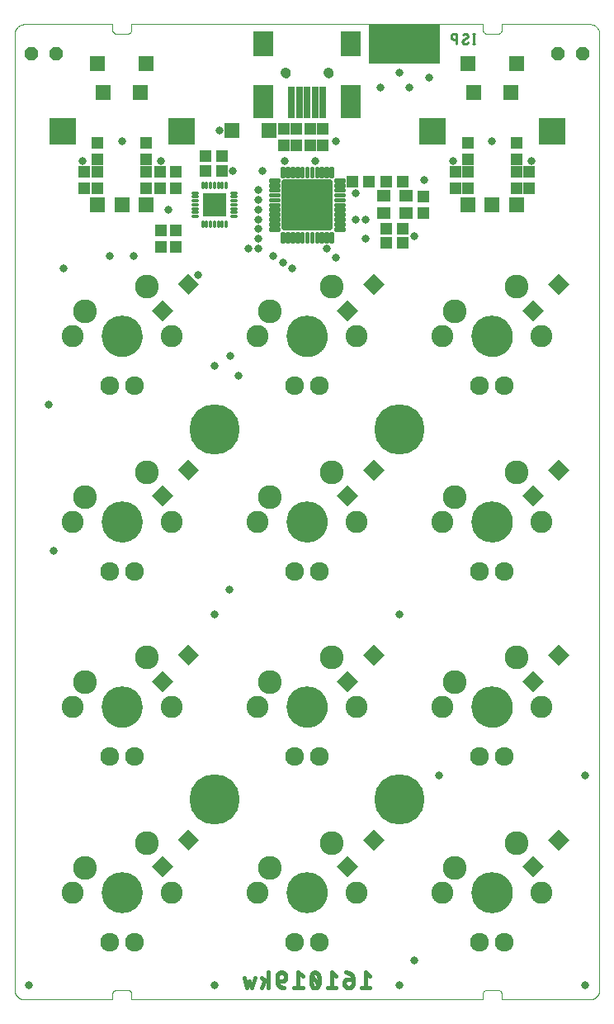
<source format=gbs>
G04 EAGLE Gerber RS-274X export*
G75*
%MOMM*%
%FSLAX34Y34*%
%LPD*%
%INBottom solder mask*%
%IPPOS*%
%AMOC8*
5,1,8,0,0,1.08239X$1,22.5*%
G01*
%ADD10C,0.000000*%
%ADD11C,0.406400*%
%ADD12C,0.254000*%
%ADD13C,2.436000*%
%ADD14C,2.264400*%
%ADD15C,4.214000*%
%ADD16C,1.928000*%
%ADD17R,1.550000X1.550000*%
%ADD18C,0.679900*%
%ADD19C,0.225000*%
%ADD20R,2.150000X2.650000*%
%ADD21R,2.150000X3.450000*%
%ADD22R,0.650000X3.250000*%
%ADD23C,1.050000*%
%ADD24R,1.550000X1.550000*%
%ADD25R,2.750000X2.750000*%
%ADD26R,1.674000X3.452000*%
%ADD27R,7.366000X4.064000*%
%ADD28R,1.250000X1.150000*%
%ADD29R,1.450000X1.250000*%
%ADD30R,1.150000X1.250000*%
%ADD31R,2.450000X2.450000*%
%ADD32C,0.330000*%
%ADD33P,1.475081X8X202.500000*%
%ADD34C,0.800000*%
%ADD35C,5.150000*%


D10*
X590000Y1000000D02*
X500000Y1000000D01*
X500000Y995000D01*
X499998Y994860D01*
X499992Y994720D01*
X499982Y994580D01*
X499969Y994440D01*
X499951Y994301D01*
X499929Y994162D01*
X499904Y994025D01*
X499875Y993887D01*
X499842Y993751D01*
X499805Y993616D01*
X499764Y993482D01*
X499719Y993349D01*
X499671Y993217D01*
X499619Y993087D01*
X499564Y992958D01*
X499505Y992831D01*
X499442Y992705D01*
X499376Y992581D01*
X499307Y992460D01*
X499234Y992340D01*
X499157Y992222D01*
X499078Y992107D01*
X498995Y991993D01*
X498909Y991883D01*
X498820Y991774D01*
X498728Y991668D01*
X498633Y991565D01*
X498536Y991464D01*
X498435Y991367D01*
X498332Y991272D01*
X498226Y991180D01*
X498117Y991091D01*
X498007Y991005D01*
X497893Y990922D01*
X497778Y990843D01*
X497660Y990766D01*
X497540Y990693D01*
X497419Y990624D01*
X497295Y990558D01*
X497169Y990495D01*
X497042Y990436D01*
X496913Y990381D01*
X496783Y990329D01*
X496651Y990281D01*
X496518Y990236D01*
X496384Y990195D01*
X496249Y990158D01*
X496113Y990125D01*
X495975Y990096D01*
X495838Y990071D01*
X495699Y990049D01*
X495560Y990031D01*
X495420Y990018D01*
X495280Y990008D01*
X495140Y990002D01*
X495000Y990000D01*
X485000Y990000D01*
X484860Y990002D01*
X484720Y990008D01*
X484580Y990018D01*
X484440Y990031D01*
X484301Y990049D01*
X484162Y990071D01*
X484025Y990096D01*
X483887Y990125D01*
X483751Y990158D01*
X483616Y990195D01*
X483482Y990236D01*
X483349Y990281D01*
X483217Y990329D01*
X483087Y990381D01*
X482958Y990436D01*
X482831Y990495D01*
X482705Y990558D01*
X482581Y990624D01*
X482460Y990693D01*
X482340Y990766D01*
X482222Y990843D01*
X482107Y990922D01*
X481993Y991005D01*
X481883Y991091D01*
X481774Y991180D01*
X481668Y991272D01*
X481565Y991367D01*
X481464Y991464D01*
X481367Y991565D01*
X481272Y991668D01*
X481180Y991774D01*
X481091Y991883D01*
X481005Y991993D01*
X480922Y992107D01*
X480843Y992222D01*
X480766Y992340D01*
X480693Y992460D01*
X480624Y992581D01*
X480558Y992705D01*
X480495Y992831D01*
X480436Y992958D01*
X480381Y993087D01*
X480329Y993217D01*
X480281Y993349D01*
X480236Y993482D01*
X480195Y993616D01*
X480158Y993751D01*
X480125Y993887D01*
X480096Y994025D01*
X480071Y994162D01*
X480049Y994301D01*
X480031Y994440D01*
X480018Y994580D01*
X480008Y994720D01*
X480002Y994860D01*
X480000Y995000D01*
X480000Y1000000D01*
X120000Y1000000D01*
X120000Y995000D01*
X119998Y994860D01*
X119992Y994720D01*
X119982Y994580D01*
X119969Y994440D01*
X119951Y994301D01*
X119929Y994162D01*
X119904Y994025D01*
X119875Y993887D01*
X119842Y993751D01*
X119805Y993616D01*
X119764Y993482D01*
X119719Y993349D01*
X119671Y993217D01*
X119619Y993087D01*
X119564Y992958D01*
X119505Y992831D01*
X119442Y992705D01*
X119376Y992581D01*
X119307Y992460D01*
X119234Y992340D01*
X119157Y992222D01*
X119078Y992107D01*
X118995Y991993D01*
X118909Y991883D01*
X118820Y991774D01*
X118728Y991668D01*
X118633Y991565D01*
X118536Y991464D01*
X118435Y991367D01*
X118332Y991272D01*
X118226Y991180D01*
X118117Y991091D01*
X118007Y991005D01*
X117893Y990922D01*
X117778Y990843D01*
X117660Y990766D01*
X117540Y990693D01*
X117419Y990624D01*
X117295Y990558D01*
X117169Y990495D01*
X117042Y990436D01*
X116913Y990381D01*
X116783Y990329D01*
X116651Y990281D01*
X116518Y990236D01*
X116384Y990195D01*
X116249Y990158D01*
X116113Y990125D01*
X115975Y990096D01*
X115838Y990071D01*
X115699Y990049D01*
X115560Y990031D01*
X115420Y990018D01*
X115280Y990008D01*
X115140Y990002D01*
X115000Y990000D01*
X105000Y990000D01*
X104860Y990002D01*
X104720Y990008D01*
X104580Y990018D01*
X104440Y990031D01*
X104301Y990049D01*
X104162Y990071D01*
X104025Y990096D01*
X103887Y990125D01*
X103751Y990158D01*
X103616Y990195D01*
X103482Y990236D01*
X103349Y990281D01*
X103217Y990329D01*
X103087Y990381D01*
X102958Y990436D01*
X102831Y990495D01*
X102705Y990558D01*
X102581Y990624D01*
X102460Y990693D01*
X102340Y990766D01*
X102222Y990843D01*
X102107Y990922D01*
X101993Y991005D01*
X101883Y991091D01*
X101774Y991180D01*
X101668Y991272D01*
X101565Y991367D01*
X101464Y991464D01*
X101367Y991565D01*
X101272Y991668D01*
X101180Y991774D01*
X101091Y991883D01*
X101005Y991993D01*
X100922Y992107D01*
X100843Y992222D01*
X100766Y992340D01*
X100693Y992460D01*
X100624Y992581D01*
X100558Y992705D01*
X100495Y992831D01*
X100436Y992958D01*
X100381Y993087D01*
X100329Y993217D01*
X100281Y993349D01*
X100236Y993482D01*
X100195Y993616D01*
X100158Y993751D01*
X100125Y993887D01*
X100096Y994025D01*
X100071Y994162D01*
X100049Y994301D01*
X100031Y994440D01*
X100018Y994580D01*
X100008Y994720D01*
X100002Y994860D01*
X100000Y995000D01*
X100000Y1000000D01*
X10000Y1000000D01*
X9758Y999997D01*
X9517Y999988D01*
X9276Y999974D01*
X9035Y999953D01*
X8795Y999927D01*
X8555Y999895D01*
X8316Y999857D01*
X8079Y999814D01*
X7842Y999764D01*
X7607Y999709D01*
X7373Y999649D01*
X7141Y999582D01*
X6910Y999511D01*
X6681Y999433D01*
X6454Y999350D01*
X6229Y999262D01*
X6006Y999168D01*
X5786Y999069D01*
X5568Y998964D01*
X5353Y998855D01*
X5140Y998740D01*
X4930Y998620D01*
X4724Y998495D01*
X4520Y998365D01*
X4319Y998230D01*
X4122Y998090D01*
X3928Y997946D01*
X3738Y997797D01*
X3552Y997643D01*
X3369Y997485D01*
X3190Y997323D01*
X3015Y997156D01*
X2844Y996985D01*
X2677Y996810D01*
X2515Y996631D01*
X2357Y996448D01*
X2203Y996262D01*
X2054Y996072D01*
X1910Y995878D01*
X1770Y995681D01*
X1635Y995480D01*
X1505Y995276D01*
X1380Y995070D01*
X1260Y994860D01*
X1145Y994647D01*
X1036Y994432D01*
X931Y994214D01*
X832Y993994D01*
X738Y993771D01*
X650Y993546D01*
X567Y993319D01*
X489Y993090D01*
X418Y992859D01*
X351Y992627D01*
X291Y992393D01*
X236Y992158D01*
X186Y991921D01*
X143Y991684D01*
X105Y991445D01*
X73Y991205D01*
X47Y990965D01*
X26Y990724D01*
X12Y990483D01*
X3Y990242D01*
X0Y990000D01*
X0Y10000D01*
X3Y9758D01*
X12Y9517D01*
X26Y9276D01*
X47Y9035D01*
X73Y8795D01*
X105Y8555D01*
X143Y8316D01*
X186Y8079D01*
X236Y7842D01*
X291Y7607D01*
X351Y7373D01*
X418Y7141D01*
X489Y6910D01*
X567Y6681D01*
X650Y6454D01*
X738Y6229D01*
X832Y6006D01*
X931Y5786D01*
X1036Y5568D01*
X1145Y5353D01*
X1260Y5140D01*
X1380Y4930D01*
X1505Y4724D01*
X1635Y4520D01*
X1770Y4319D01*
X1910Y4122D01*
X2054Y3928D01*
X2203Y3738D01*
X2357Y3552D01*
X2515Y3369D01*
X2677Y3190D01*
X2844Y3015D01*
X3015Y2844D01*
X3190Y2677D01*
X3369Y2515D01*
X3552Y2357D01*
X3738Y2203D01*
X3928Y2054D01*
X4122Y1910D01*
X4319Y1770D01*
X4520Y1635D01*
X4724Y1505D01*
X4930Y1380D01*
X5140Y1260D01*
X5353Y1145D01*
X5568Y1036D01*
X5786Y931D01*
X6006Y832D01*
X6229Y738D01*
X6454Y650D01*
X6681Y567D01*
X6910Y489D01*
X7141Y418D01*
X7373Y351D01*
X7607Y291D01*
X7842Y236D01*
X8079Y186D01*
X8316Y143D01*
X8555Y105D01*
X8795Y73D01*
X9035Y47D01*
X9276Y26D01*
X9517Y12D01*
X9758Y3D01*
X10000Y0D01*
X100000Y0D01*
X100000Y5000D01*
X100002Y5140D01*
X100008Y5280D01*
X100018Y5420D01*
X100031Y5560D01*
X100049Y5699D01*
X100071Y5838D01*
X100096Y5975D01*
X100125Y6113D01*
X100158Y6249D01*
X100195Y6384D01*
X100236Y6518D01*
X100281Y6651D01*
X100329Y6783D01*
X100381Y6913D01*
X100436Y7042D01*
X100495Y7169D01*
X100558Y7295D01*
X100624Y7419D01*
X100693Y7540D01*
X100766Y7660D01*
X100843Y7778D01*
X100922Y7893D01*
X101005Y8007D01*
X101091Y8117D01*
X101180Y8226D01*
X101272Y8332D01*
X101367Y8435D01*
X101464Y8536D01*
X101565Y8633D01*
X101668Y8728D01*
X101774Y8820D01*
X101883Y8909D01*
X101993Y8995D01*
X102107Y9078D01*
X102222Y9157D01*
X102340Y9234D01*
X102460Y9307D01*
X102581Y9376D01*
X102705Y9442D01*
X102831Y9505D01*
X102958Y9564D01*
X103087Y9619D01*
X103217Y9671D01*
X103349Y9719D01*
X103482Y9764D01*
X103616Y9805D01*
X103751Y9842D01*
X103887Y9875D01*
X104025Y9904D01*
X104162Y9929D01*
X104301Y9951D01*
X104440Y9969D01*
X104580Y9982D01*
X104720Y9992D01*
X104860Y9998D01*
X105000Y10000D01*
X115000Y10000D01*
X115140Y9998D01*
X115280Y9992D01*
X115420Y9982D01*
X115560Y9969D01*
X115699Y9951D01*
X115838Y9929D01*
X115975Y9904D01*
X116113Y9875D01*
X116249Y9842D01*
X116384Y9805D01*
X116518Y9764D01*
X116651Y9719D01*
X116783Y9671D01*
X116913Y9619D01*
X117042Y9564D01*
X117169Y9505D01*
X117295Y9442D01*
X117419Y9376D01*
X117540Y9307D01*
X117660Y9234D01*
X117778Y9157D01*
X117893Y9078D01*
X118007Y8995D01*
X118117Y8909D01*
X118226Y8820D01*
X118332Y8728D01*
X118435Y8633D01*
X118536Y8536D01*
X118633Y8435D01*
X118728Y8332D01*
X118820Y8226D01*
X118909Y8117D01*
X118995Y8007D01*
X119078Y7893D01*
X119157Y7778D01*
X119234Y7660D01*
X119307Y7540D01*
X119376Y7419D01*
X119442Y7295D01*
X119505Y7169D01*
X119564Y7042D01*
X119619Y6913D01*
X119671Y6783D01*
X119719Y6651D01*
X119764Y6518D01*
X119805Y6384D01*
X119842Y6249D01*
X119875Y6113D01*
X119904Y5975D01*
X119929Y5838D01*
X119951Y5699D01*
X119969Y5560D01*
X119982Y5420D01*
X119992Y5280D01*
X119998Y5140D01*
X120000Y5000D01*
X120000Y0D01*
X480000Y0D01*
X480000Y5000D01*
X480002Y5140D01*
X480008Y5280D01*
X480018Y5420D01*
X480031Y5560D01*
X480049Y5699D01*
X480071Y5838D01*
X480096Y5975D01*
X480125Y6113D01*
X480158Y6249D01*
X480195Y6384D01*
X480236Y6518D01*
X480281Y6651D01*
X480329Y6783D01*
X480381Y6913D01*
X480436Y7042D01*
X480495Y7169D01*
X480558Y7295D01*
X480624Y7419D01*
X480693Y7540D01*
X480766Y7660D01*
X480843Y7778D01*
X480922Y7893D01*
X481005Y8007D01*
X481091Y8117D01*
X481180Y8226D01*
X481272Y8332D01*
X481367Y8435D01*
X481464Y8536D01*
X481565Y8633D01*
X481668Y8728D01*
X481774Y8820D01*
X481883Y8909D01*
X481993Y8995D01*
X482107Y9078D01*
X482222Y9157D01*
X482340Y9234D01*
X482460Y9307D01*
X482581Y9376D01*
X482705Y9442D01*
X482831Y9505D01*
X482958Y9564D01*
X483087Y9619D01*
X483217Y9671D01*
X483349Y9719D01*
X483482Y9764D01*
X483616Y9805D01*
X483751Y9842D01*
X483887Y9875D01*
X484025Y9904D01*
X484162Y9929D01*
X484301Y9951D01*
X484440Y9969D01*
X484580Y9982D01*
X484720Y9992D01*
X484860Y9998D01*
X485000Y10000D01*
X495000Y10000D01*
X495140Y9998D01*
X495280Y9992D01*
X495420Y9982D01*
X495560Y9969D01*
X495699Y9951D01*
X495838Y9929D01*
X495975Y9904D01*
X496113Y9875D01*
X496249Y9842D01*
X496384Y9805D01*
X496518Y9764D01*
X496651Y9719D01*
X496783Y9671D01*
X496913Y9619D01*
X497042Y9564D01*
X497169Y9505D01*
X497295Y9442D01*
X497419Y9376D01*
X497540Y9307D01*
X497660Y9234D01*
X497778Y9157D01*
X497893Y9078D01*
X498007Y8995D01*
X498117Y8909D01*
X498226Y8820D01*
X498332Y8728D01*
X498435Y8633D01*
X498536Y8536D01*
X498633Y8435D01*
X498728Y8332D01*
X498820Y8226D01*
X498909Y8117D01*
X498995Y8007D01*
X499078Y7893D01*
X499157Y7778D01*
X499234Y7660D01*
X499307Y7540D01*
X499376Y7419D01*
X499442Y7295D01*
X499505Y7169D01*
X499564Y7042D01*
X499619Y6913D01*
X499671Y6783D01*
X499719Y6651D01*
X499764Y6518D01*
X499805Y6384D01*
X499842Y6249D01*
X499875Y6113D01*
X499904Y5975D01*
X499929Y5838D01*
X499951Y5699D01*
X499969Y5560D01*
X499982Y5420D01*
X499992Y5280D01*
X499998Y5140D01*
X500000Y5000D01*
X500000Y0D01*
X590000Y0D01*
X590242Y3D01*
X590483Y12D01*
X590724Y26D01*
X590965Y47D01*
X591205Y73D01*
X591445Y105D01*
X591684Y143D01*
X591921Y186D01*
X592158Y236D01*
X592393Y291D01*
X592627Y351D01*
X592859Y418D01*
X593090Y489D01*
X593319Y567D01*
X593546Y650D01*
X593771Y738D01*
X593994Y832D01*
X594214Y931D01*
X594432Y1036D01*
X594647Y1145D01*
X594860Y1260D01*
X595070Y1380D01*
X595276Y1505D01*
X595480Y1635D01*
X595681Y1770D01*
X595878Y1910D01*
X596072Y2054D01*
X596262Y2203D01*
X596448Y2357D01*
X596631Y2515D01*
X596810Y2677D01*
X596985Y2844D01*
X597156Y3015D01*
X597323Y3190D01*
X597485Y3369D01*
X597643Y3552D01*
X597797Y3738D01*
X597946Y3928D01*
X598090Y4122D01*
X598230Y4319D01*
X598365Y4520D01*
X598495Y4724D01*
X598620Y4930D01*
X598740Y5140D01*
X598855Y5353D01*
X598964Y5568D01*
X599069Y5786D01*
X599168Y6006D01*
X599262Y6229D01*
X599350Y6454D01*
X599433Y6681D01*
X599511Y6910D01*
X599582Y7141D01*
X599649Y7373D01*
X599709Y7607D01*
X599764Y7842D01*
X599814Y8079D01*
X599857Y8316D01*
X599895Y8555D01*
X599927Y8795D01*
X599953Y9035D01*
X599974Y9276D01*
X599988Y9517D01*
X599997Y9758D01*
X600000Y10000D01*
X600000Y990000D01*
X599997Y990242D01*
X599988Y990483D01*
X599974Y990724D01*
X599953Y990965D01*
X599927Y991205D01*
X599895Y991445D01*
X599857Y991684D01*
X599814Y991921D01*
X599764Y992158D01*
X599709Y992393D01*
X599649Y992627D01*
X599582Y992859D01*
X599511Y993090D01*
X599433Y993319D01*
X599350Y993546D01*
X599262Y993771D01*
X599168Y993994D01*
X599069Y994214D01*
X598964Y994432D01*
X598855Y994647D01*
X598740Y994860D01*
X598620Y995070D01*
X598495Y995276D01*
X598365Y995480D01*
X598230Y995681D01*
X598090Y995878D01*
X597946Y996072D01*
X597797Y996262D01*
X597643Y996448D01*
X597485Y996631D01*
X597323Y996810D01*
X597156Y996985D01*
X596985Y997156D01*
X596810Y997323D01*
X596631Y997485D01*
X596448Y997643D01*
X596262Y997797D01*
X596072Y997946D01*
X595878Y998090D01*
X595681Y998230D01*
X595480Y998365D01*
X595276Y998495D01*
X595070Y998620D01*
X594860Y998740D01*
X594647Y998855D01*
X594432Y998964D01*
X594214Y999069D01*
X593994Y999168D01*
X593771Y999262D01*
X593546Y999350D01*
X593319Y999433D01*
X593090Y999511D01*
X592859Y999582D01*
X592627Y999649D01*
X592393Y999709D01*
X592158Y999764D01*
X591921Y999814D01*
X591684Y999857D01*
X591445Y999895D01*
X591205Y999927D01*
X590965Y999953D01*
X590724Y999974D01*
X590483Y999988D01*
X590242Y999997D01*
X590000Y1000000D01*
D11*
X359955Y27968D02*
X364382Y24427D01*
X359955Y27968D02*
X359955Y12032D01*
X355529Y12032D02*
X364382Y12032D01*
X347132Y20885D02*
X341820Y20885D01*
X341702Y20883D01*
X341583Y20877D01*
X341466Y20867D01*
X341348Y20853D01*
X341231Y20836D01*
X341115Y20814D01*
X340999Y20789D01*
X340884Y20759D01*
X340771Y20726D01*
X340658Y20689D01*
X340547Y20648D01*
X340438Y20604D01*
X340329Y20556D01*
X340223Y20504D01*
X340118Y20449D01*
X340015Y20391D01*
X339915Y20329D01*
X339816Y20263D01*
X339720Y20195D01*
X339625Y20123D01*
X339534Y20048D01*
X339445Y19970D01*
X339358Y19889D01*
X339275Y19806D01*
X339194Y19719D01*
X339116Y19630D01*
X339041Y19539D01*
X338969Y19444D01*
X338901Y19348D01*
X338835Y19249D01*
X338773Y19149D01*
X338715Y19046D01*
X338660Y18941D01*
X338608Y18835D01*
X338560Y18726D01*
X338516Y18617D01*
X338475Y18506D01*
X338438Y18393D01*
X338405Y18280D01*
X338375Y18165D01*
X338350Y18049D01*
X338328Y17933D01*
X338311Y17816D01*
X338297Y17698D01*
X338287Y17581D01*
X338281Y17462D01*
X338279Y17344D01*
X338279Y16459D01*
X338278Y16459D02*
X338280Y16328D01*
X338286Y16197D01*
X338295Y16066D01*
X338309Y15935D01*
X338327Y15805D01*
X338348Y15676D01*
X338373Y15547D01*
X338402Y15419D01*
X338435Y15292D01*
X338471Y15166D01*
X338511Y15041D01*
X338555Y14918D01*
X338603Y14795D01*
X338654Y14674D01*
X338708Y14555D01*
X338766Y14438D01*
X338828Y14322D01*
X338893Y14208D01*
X338962Y14096D01*
X339033Y13986D01*
X339108Y13878D01*
X339186Y13773D01*
X339267Y13670D01*
X339351Y13569D01*
X339439Y13471D01*
X339529Y13375D01*
X339621Y13283D01*
X339717Y13193D01*
X339815Y13105D01*
X339916Y13021D01*
X340019Y12940D01*
X340124Y12862D01*
X340232Y12787D01*
X340342Y12716D01*
X340454Y12647D01*
X340568Y12582D01*
X340684Y12520D01*
X340801Y12462D01*
X340920Y12408D01*
X341041Y12357D01*
X341164Y12309D01*
X341287Y12265D01*
X341412Y12225D01*
X341538Y12189D01*
X341665Y12156D01*
X341793Y12127D01*
X341922Y12102D01*
X342051Y12081D01*
X342181Y12063D01*
X342312Y12049D01*
X342443Y12040D01*
X342574Y12034D01*
X342705Y12032D01*
X342836Y12034D01*
X342967Y12040D01*
X343098Y12049D01*
X343229Y12063D01*
X343359Y12081D01*
X343488Y12102D01*
X343617Y12127D01*
X343745Y12156D01*
X343872Y12189D01*
X343998Y12225D01*
X344123Y12265D01*
X344246Y12309D01*
X344369Y12357D01*
X344490Y12408D01*
X344609Y12462D01*
X344726Y12520D01*
X344842Y12582D01*
X344956Y12647D01*
X345068Y12716D01*
X345178Y12787D01*
X345286Y12862D01*
X345391Y12940D01*
X345494Y13021D01*
X345595Y13105D01*
X345693Y13193D01*
X345789Y13283D01*
X345881Y13375D01*
X345971Y13471D01*
X346059Y13569D01*
X346143Y13670D01*
X346224Y13773D01*
X346302Y13878D01*
X346377Y13986D01*
X346448Y14096D01*
X346517Y14208D01*
X346582Y14322D01*
X346644Y14438D01*
X346702Y14555D01*
X346756Y14674D01*
X346807Y14795D01*
X346855Y14918D01*
X346899Y15041D01*
X346939Y15166D01*
X346975Y15292D01*
X347008Y15419D01*
X347037Y15547D01*
X347062Y15676D01*
X347083Y15805D01*
X347101Y15935D01*
X347115Y16066D01*
X347124Y16197D01*
X347130Y16328D01*
X347132Y16459D01*
X347132Y20885D01*
X347130Y21059D01*
X347123Y21233D01*
X347113Y21406D01*
X347098Y21579D01*
X347079Y21752D01*
X347055Y21924D01*
X347028Y22096D01*
X346996Y22267D01*
X346960Y22437D01*
X346920Y22606D01*
X346875Y22774D01*
X346827Y22941D01*
X346775Y23107D01*
X346718Y23271D01*
X346657Y23434D01*
X346593Y23596D01*
X346524Y23755D01*
X346452Y23913D01*
X346376Y24070D01*
X346296Y24224D01*
X346212Y24376D01*
X346124Y24526D01*
X346033Y24674D01*
X345938Y24820D01*
X345840Y24963D01*
X345738Y25104D01*
X345633Y25243D01*
X345524Y25378D01*
X345412Y25511D01*
X345297Y25642D01*
X345179Y25769D01*
X345057Y25893D01*
X344933Y26015D01*
X344806Y26133D01*
X344675Y26248D01*
X344542Y26360D01*
X344407Y26469D01*
X344268Y26574D01*
X344127Y26676D01*
X343984Y26774D01*
X343838Y26869D01*
X343690Y26960D01*
X343540Y27048D01*
X343388Y27132D01*
X343234Y27212D01*
X343077Y27288D01*
X342919Y27360D01*
X342760Y27429D01*
X342598Y27493D01*
X342435Y27554D01*
X342271Y27610D01*
X342105Y27663D01*
X341938Y27711D01*
X341770Y27756D01*
X341601Y27796D01*
X341431Y27832D01*
X341260Y27864D01*
X341088Y27891D01*
X340916Y27915D01*
X340743Y27934D01*
X340570Y27949D01*
X340397Y27959D01*
X340223Y27966D01*
X340049Y27968D01*
X329882Y24427D02*
X325455Y27968D01*
X325455Y12032D01*
X321029Y12032D02*
X329882Y12032D01*
X312631Y20000D02*
X312627Y20313D01*
X312616Y20627D01*
X312597Y20940D01*
X312571Y21252D01*
X312538Y21564D01*
X312497Y21875D01*
X312448Y22184D01*
X312392Y22493D01*
X312329Y22800D01*
X312259Y23105D01*
X312181Y23409D01*
X312096Y23711D01*
X312004Y24011D01*
X311904Y24308D01*
X311798Y24603D01*
X311685Y24895D01*
X311564Y25185D01*
X311437Y25471D01*
X311303Y25755D01*
X311304Y25754D02*
X311265Y25861D01*
X311223Y25965D01*
X311178Y26069D01*
X311129Y26170D01*
X311076Y26270D01*
X311020Y26368D01*
X310960Y26464D01*
X310898Y26558D01*
X310832Y26650D01*
X310763Y26739D01*
X310691Y26826D01*
X310616Y26910D01*
X310538Y26992D01*
X310457Y27071D01*
X310374Y27147D01*
X310288Y27220D01*
X310200Y27291D01*
X310109Y27358D01*
X310016Y27422D01*
X309921Y27483D01*
X309824Y27540D01*
X309725Y27594D01*
X309624Y27645D01*
X309521Y27692D01*
X309417Y27735D01*
X309312Y27775D01*
X309205Y27812D01*
X309097Y27844D01*
X308988Y27873D01*
X308878Y27898D01*
X308767Y27919D01*
X308655Y27937D01*
X308543Y27951D01*
X308431Y27960D01*
X308318Y27966D01*
X308205Y27968D01*
X308092Y27966D01*
X307979Y27960D01*
X307867Y27951D01*
X307755Y27937D01*
X307643Y27919D01*
X307533Y27898D01*
X307422Y27873D01*
X307313Y27844D01*
X307205Y27812D01*
X307098Y27775D01*
X306993Y27735D01*
X306889Y27692D01*
X306786Y27645D01*
X306685Y27594D01*
X306586Y27540D01*
X306489Y27483D01*
X306394Y27422D01*
X306301Y27358D01*
X306210Y27291D01*
X306122Y27220D01*
X306036Y27147D01*
X305953Y27071D01*
X305872Y26992D01*
X305794Y26910D01*
X305719Y26826D01*
X305647Y26739D01*
X305578Y26650D01*
X305512Y26558D01*
X305450Y26464D01*
X305390Y26368D01*
X305334Y26270D01*
X305281Y26170D01*
X305232Y26069D01*
X305187Y25965D01*
X305145Y25861D01*
X305106Y25754D01*
X305107Y25755D02*
X304973Y25471D01*
X304846Y25185D01*
X304725Y24895D01*
X304612Y24603D01*
X304506Y24308D01*
X304406Y24011D01*
X304314Y23711D01*
X304229Y23409D01*
X304151Y23105D01*
X304081Y22800D01*
X304018Y22493D01*
X303962Y22184D01*
X303913Y21875D01*
X303872Y21564D01*
X303839Y21252D01*
X303813Y20940D01*
X303794Y20627D01*
X303783Y20313D01*
X303779Y20000D01*
X312632Y20000D02*
X312628Y19686D01*
X312617Y19373D01*
X312598Y19060D01*
X312572Y18748D01*
X312539Y18436D01*
X312497Y18125D01*
X312449Y17815D01*
X312393Y17507D01*
X312330Y17200D01*
X312260Y16894D01*
X312182Y16591D01*
X312097Y16289D01*
X312005Y15989D01*
X311905Y15692D01*
X311799Y15397D01*
X311686Y15105D01*
X311565Y14815D01*
X311438Y14529D01*
X311304Y14245D01*
X311304Y14246D02*
X311265Y14139D01*
X311223Y14035D01*
X311178Y13931D01*
X311129Y13830D01*
X311076Y13730D01*
X311020Y13632D01*
X310960Y13536D01*
X310898Y13442D01*
X310832Y13350D01*
X310763Y13261D01*
X310691Y13174D01*
X310616Y13090D01*
X310538Y13008D01*
X310457Y12929D01*
X310374Y12853D01*
X310288Y12780D01*
X310200Y12709D01*
X310109Y12642D01*
X310016Y12578D01*
X309921Y12517D01*
X309824Y12460D01*
X309725Y12406D01*
X309624Y12355D01*
X309521Y12308D01*
X309417Y12265D01*
X309312Y12225D01*
X309205Y12188D01*
X309097Y12156D01*
X308988Y12127D01*
X308877Y12102D01*
X308767Y12081D01*
X308655Y12063D01*
X308543Y12049D01*
X308431Y12040D01*
X308318Y12034D01*
X308205Y12032D01*
X305106Y14245D02*
X304972Y14529D01*
X304845Y14815D01*
X304724Y15105D01*
X304611Y15397D01*
X304505Y15692D01*
X304405Y15989D01*
X304313Y16289D01*
X304228Y16591D01*
X304150Y16894D01*
X304080Y17200D01*
X304017Y17507D01*
X303961Y17815D01*
X303913Y18125D01*
X303871Y18436D01*
X303838Y18748D01*
X303812Y19060D01*
X303793Y19373D01*
X303782Y19686D01*
X303778Y20000D01*
X305106Y14245D02*
X305145Y14139D01*
X305187Y14035D01*
X305232Y13931D01*
X305281Y13830D01*
X305334Y13730D01*
X305390Y13632D01*
X305450Y13536D01*
X305512Y13442D01*
X305578Y13350D01*
X305647Y13261D01*
X305719Y13174D01*
X305794Y13090D01*
X305872Y13008D01*
X305953Y12929D01*
X306036Y12853D01*
X306122Y12780D01*
X306210Y12709D01*
X306301Y12642D01*
X306394Y12578D01*
X306489Y12517D01*
X306586Y12460D01*
X306685Y12406D01*
X306786Y12355D01*
X306889Y12308D01*
X306993Y12265D01*
X307098Y12225D01*
X307205Y12188D01*
X307313Y12156D01*
X307422Y12127D01*
X307533Y12102D01*
X307643Y12081D01*
X307755Y12063D01*
X307867Y12049D01*
X307979Y12040D01*
X308092Y12034D01*
X308205Y12032D01*
X311747Y15573D02*
X304664Y24427D01*
X295382Y24427D02*
X290955Y27968D01*
X290955Y12032D01*
X286529Y12032D02*
X295382Y12032D01*
X274591Y19115D02*
X269279Y19115D01*
X274591Y19115D02*
X274709Y19117D01*
X274828Y19123D01*
X274945Y19133D01*
X275063Y19147D01*
X275180Y19164D01*
X275296Y19186D01*
X275412Y19211D01*
X275527Y19241D01*
X275640Y19274D01*
X275753Y19311D01*
X275864Y19352D01*
X275973Y19396D01*
X276082Y19444D01*
X276188Y19496D01*
X276293Y19551D01*
X276396Y19609D01*
X276496Y19671D01*
X276595Y19737D01*
X276691Y19805D01*
X276786Y19877D01*
X276877Y19952D01*
X276966Y20030D01*
X277053Y20111D01*
X277136Y20194D01*
X277217Y20281D01*
X277295Y20370D01*
X277370Y20461D01*
X277442Y20556D01*
X277510Y20652D01*
X277576Y20751D01*
X277638Y20851D01*
X277696Y20954D01*
X277751Y21059D01*
X277803Y21165D01*
X277851Y21274D01*
X277895Y21383D01*
X277936Y21494D01*
X277973Y21607D01*
X278006Y21721D01*
X278036Y21835D01*
X278061Y21951D01*
X278083Y22067D01*
X278100Y22184D01*
X278114Y22302D01*
X278124Y22420D01*
X278130Y22538D01*
X278132Y22656D01*
X278132Y23541D01*
X278130Y23672D01*
X278124Y23803D01*
X278115Y23934D01*
X278101Y24065D01*
X278083Y24195D01*
X278062Y24324D01*
X278037Y24453D01*
X278008Y24581D01*
X277975Y24708D01*
X277939Y24834D01*
X277899Y24959D01*
X277855Y25082D01*
X277807Y25205D01*
X277756Y25326D01*
X277702Y25445D01*
X277644Y25562D01*
X277582Y25678D01*
X277517Y25792D01*
X277448Y25904D01*
X277377Y26014D01*
X277302Y26122D01*
X277224Y26227D01*
X277143Y26330D01*
X277059Y26431D01*
X276971Y26529D01*
X276881Y26625D01*
X276789Y26717D01*
X276693Y26807D01*
X276595Y26895D01*
X276494Y26979D01*
X276391Y27060D01*
X276286Y27138D01*
X276178Y27213D01*
X276068Y27284D01*
X275956Y27353D01*
X275842Y27418D01*
X275726Y27480D01*
X275609Y27538D01*
X275490Y27592D01*
X275369Y27643D01*
X275246Y27691D01*
X275123Y27735D01*
X274998Y27775D01*
X274872Y27811D01*
X274745Y27844D01*
X274617Y27873D01*
X274488Y27898D01*
X274359Y27919D01*
X274229Y27937D01*
X274098Y27951D01*
X273967Y27960D01*
X273836Y27966D01*
X273705Y27968D01*
X273574Y27966D01*
X273443Y27960D01*
X273312Y27951D01*
X273181Y27937D01*
X273051Y27919D01*
X272922Y27898D01*
X272793Y27873D01*
X272665Y27844D01*
X272538Y27811D01*
X272412Y27775D01*
X272287Y27735D01*
X272164Y27691D01*
X272041Y27643D01*
X271920Y27592D01*
X271801Y27538D01*
X271684Y27480D01*
X271568Y27418D01*
X271454Y27353D01*
X271342Y27284D01*
X271232Y27213D01*
X271124Y27138D01*
X271019Y27060D01*
X270916Y26979D01*
X270815Y26895D01*
X270717Y26807D01*
X270621Y26717D01*
X270529Y26625D01*
X270439Y26529D01*
X270351Y26431D01*
X270267Y26330D01*
X270186Y26227D01*
X270108Y26122D01*
X270033Y26014D01*
X269962Y25904D01*
X269893Y25792D01*
X269828Y25678D01*
X269766Y25562D01*
X269708Y25445D01*
X269654Y25326D01*
X269603Y25205D01*
X269555Y25082D01*
X269511Y24959D01*
X269471Y24834D01*
X269435Y24708D01*
X269402Y24581D01*
X269373Y24453D01*
X269348Y24324D01*
X269327Y24195D01*
X269309Y24065D01*
X269295Y23934D01*
X269286Y23803D01*
X269280Y23672D01*
X269278Y23541D01*
X269279Y23541D02*
X269279Y19115D01*
X269278Y19115D02*
X269280Y18944D01*
X269286Y18773D01*
X269297Y18602D01*
X269311Y18431D01*
X269330Y18261D01*
X269352Y18092D01*
X269379Y17923D01*
X269410Y17754D01*
X269445Y17587D01*
X269484Y17420D01*
X269527Y17254D01*
X269574Y17090D01*
X269625Y16926D01*
X269680Y16764D01*
X269738Y16603D01*
X269801Y16444D01*
X269867Y16286D01*
X269938Y16130D01*
X270012Y15976D01*
X270089Y15823D01*
X270171Y15673D01*
X270256Y15524D01*
X270344Y15378D01*
X270436Y15233D01*
X270532Y15091D01*
X270631Y14952D01*
X270733Y14814D01*
X270839Y14680D01*
X270947Y14548D01*
X271059Y14418D01*
X271174Y14291D01*
X271292Y14167D01*
X271413Y14046D01*
X271537Y13928D01*
X271664Y13813D01*
X271794Y13701D01*
X271926Y13593D01*
X272060Y13487D01*
X272198Y13385D01*
X272337Y13286D01*
X272479Y13190D01*
X272624Y13098D01*
X272770Y13010D01*
X272919Y12925D01*
X273069Y12843D01*
X273222Y12766D01*
X273376Y12692D01*
X273532Y12621D01*
X273690Y12555D01*
X273849Y12492D01*
X274010Y12434D01*
X274172Y12379D01*
X274336Y12328D01*
X274500Y12281D01*
X274666Y12238D01*
X274833Y12199D01*
X275000Y12164D01*
X275169Y12133D01*
X275338Y12106D01*
X275507Y12084D01*
X275677Y12065D01*
X275848Y12051D01*
X276019Y12040D01*
X276190Y12034D01*
X276361Y12032D01*
X260247Y12032D02*
X260247Y27968D01*
X253164Y22656D02*
X260247Y17344D01*
X257148Y19557D02*
X253164Y12032D01*
X243586Y12032D02*
X246242Y22656D01*
X240930Y19115D02*
X243586Y12032D01*
X238274Y12032D02*
X240930Y19115D01*
X235618Y22656D02*
X238274Y12032D01*
D12*
X471091Y979920D02*
X471091Y990080D01*
X472220Y979920D02*
X469962Y979920D01*
X469962Y990080D02*
X472220Y990080D01*
X461764Y979920D02*
X461671Y979922D01*
X461578Y979928D01*
X461485Y979937D01*
X461392Y979951D01*
X461301Y979968D01*
X461210Y979989D01*
X461120Y980014D01*
X461031Y980042D01*
X460943Y980074D01*
X460857Y980110D01*
X460772Y980149D01*
X460689Y980192D01*
X460608Y980238D01*
X460529Y980288D01*
X460452Y980340D01*
X460377Y980396D01*
X460305Y980455D01*
X460235Y980517D01*
X460167Y980581D01*
X460103Y980649D01*
X460041Y980719D01*
X459982Y980791D01*
X459926Y980866D01*
X459874Y980943D01*
X459824Y981022D01*
X459778Y981103D01*
X459735Y981186D01*
X459696Y981271D01*
X459660Y981357D01*
X459628Y981445D01*
X459600Y981534D01*
X459575Y981624D01*
X459554Y981715D01*
X459537Y981806D01*
X459523Y981899D01*
X459514Y981992D01*
X459508Y982085D01*
X459506Y982178D01*
X461764Y979920D02*
X461899Y979922D01*
X462033Y979928D01*
X462167Y979937D01*
X462301Y979950D01*
X462434Y979967D01*
X462567Y979988D01*
X462700Y980013D01*
X462831Y980041D01*
X462962Y980073D01*
X463091Y980108D01*
X463220Y980148D01*
X463348Y980191D01*
X463474Y980237D01*
X463599Y980287D01*
X463722Y980340D01*
X463844Y980397D01*
X463964Y980458D01*
X464083Y980521D01*
X464199Y980588D01*
X464314Y980659D01*
X464426Y980732D01*
X464537Y980809D01*
X464645Y980889D01*
X464751Y980971D01*
X464855Y981057D01*
X464956Y981146D01*
X465055Y981237D01*
X465151Y981331D01*
X464869Y987822D02*
X464867Y987915D01*
X464861Y988008D01*
X464852Y988101D01*
X464838Y988194D01*
X464821Y988285D01*
X464800Y988376D01*
X464775Y988466D01*
X464747Y988555D01*
X464715Y988643D01*
X464679Y988729D01*
X464640Y988814D01*
X464597Y988897D01*
X464551Y988978D01*
X464501Y989057D01*
X464449Y989134D01*
X464393Y989209D01*
X464334Y989281D01*
X464272Y989351D01*
X464208Y989419D01*
X464140Y989483D01*
X464070Y989545D01*
X463998Y989604D01*
X463923Y989660D01*
X463846Y989712D01*
X463767Y989762D01*
X463686Y989808D01*
X463603Y989851D01*
X463518Y989890D01*
X463432Y989926D01*
X463344Y989958D01*
X463255Y989986D01*
X463165Y990011D01*
X463074Y990032D01*
X462983Y990049D01*
X462890Y990063D01*
X462797Y990072D01*
X462704Y990078D01*
X462611Y990080D01*
X462481Y990078D01*
X462352Y990072D01*
X462222Y990062D01*
X462093Y990048D01*
X461965Y990030D01*
X461837Y990009D01*
X461710Y989983D01*
X461584Y989953D01*
X461458Y989920D01*
X461334Y989883D01*
X461211Y989842D01*
X461089Y989797D01*
X460969Y989749D01*
X460850Y989696D01*
X460733Y989641D01*
X460618Y989581D01*
X460504Y989518D01*
X460393Y989452D01*
X460283Y989383D01*
X460176Y989310D01*
X460071Y989233D01*
X463739Y985847D02*
X463820Y985897D01*
X463899Y985950D01*
X463976Y986006D01*
X464050Y986066D01*
X464121Y986129D01*
X464190Y986195D01*
X464257Y986263D01*
X464320Y986334D01*
X464380Y986408D01*
X464437Y986484D01*
X464491Y986563D01*
X464542Y986643D01*
X464589Y986726D01*
X464633Y986811D01*
X464673Y986897D01*
X464710Y986985D01*
X464743Y987074D01*
X464772Y987165D01*
X464797Y987257D01*
X464819Y987349D01*
X464836Y987443D01*
X464850Y987537D01*
X464860Y987632D01*
X464866Y987727D01*
X464868Y987822D01*
X460635Y984154D02*
X460554Y984103D01*
X460475Y984050D01*
X460398Y983994D01*
X460324Y983934D01*
X460253Y983871D01*
X460184Y983805D01*
X460117Y983737D01*
X460054Y983666D01*
X459994Y983592D01*
X459937Y983516D01*
X459883Y983437D01*
X459832Y983357D01*
X459785Y983274D01*
X459741Y983190D01*
X459701Y983103D01*
X459664Y983015D01*
X459631Y982926D01*
X459602Y982835D01*
X459577Y982744D01*
X459555Y982651D01*
X459538Y982557D01*
X459524Y982463D01*
X459514Y982368D01*
X459508Y982273D01*
X459506Y982178D01*
X460635Y984153D02*
X463739Y985847D01*
X453424Y990080D02*
X453424Y979920D01*
X453424Y990080D02*
X450602Y990080D01*
X450496Y990078D01*
X450391Y990072D01*
X450286Y990062D01*
X450181Y990048D01*
X450077Y990031D01*
X449974Y990009D01*
X449872Y989984D01*
X449770Y989955D01*
X449670Y989922D01*
X449571Y989885D01*
X449474Y989845D01*
X449378Y989801D01*
X449283Y989753D01*
X449191Y989702D01*
X449101Y989647D01*
X449012Y989590D01*
X448926Y989529D01*
X448843Y989464D01*
X448761Y989397D01*
X448683Y989327D01*
X448607Y989253D01*
X448533Y989177D01*
X448463Y989099D01*
X448396Y989017D01*
X448331Y988934D01*
X448270Y988848D01*
X448213Y988759D01*
X448158Y988669D01*
X448107Y988577D01*
X448059Y988482D01*
X448015Y988386D01*
X447975Y988289D01*
X447938Y988190D01*
X447905Y988090D01*
X447876Y987988D01*
X447851Y987886D01*
X447829Y987783D01*
X447812Y987679D01*
X447798Y987574D01*
X447788Y987469D01*
X447782Y987364D01*
X447780Y987258D01*
X447782Y987152D01*
X447788Y987047D01*
X447798Y986942D01*
X447812Y986837D01*
X447829Y986733D01*
X447851Y986630D01*
X447876Y986528D01*
X447905Y986426D01*
X447938Y986326D01*
X447975Y986227D01*
X448015Y986130D01*
X448059Y986034D01*
X448107Y985939D01*
X448158Y985847D01*
X448213Y985757D01*
X448270Y985668D01*
X448331Y985582D01*
X448396Y985499D01*
X448463Y985417D01*
X448533Y985339D01*
X448607Y985263D01*
X448683Y985189D01*
X448761Y985119D01*
X448843Y985052D01*
X448926Y984987D01*
X449012Y984926D01*
X449101Y984869D01*
X449191Y984814D01*
X449283Y984763D01*
X449378Y984715D01*
X449474Y984671D01*
X449571Y984631D01*
X449670Y984594D01*
X449770Y984561D01*
X449872Y984532D01*
X449974Y984507D01*
X450077Y984485D01*
X450181Y984468D01*
X450286Y984454D01*
X450391Y984444D01*
X450496Y984438D01*
X450602Y984436D01*
X453424Y984436D01*
D13*
X71900Y705400D03*
X135400Y730800D03*
D14*
X59200Y680000D03*
X160800Y680000D03*
D10*
X89680Y680000D02*
X89686Y680499D01*
X89704Y680997D01*
X89735Y681495D01*
X89778Y681992D01*
X89833Y682487D01*
X89900Y682982D01*
X89979Y683474D01*
X90070Y683964D01*
X90174Y684452D01*
X90289Y684937D01*
X90416Y685420D01*
X90555Y685899D01*
X90706Y686374D01*
X90868Y686846D01*
X91042Y687313D01*
X91227Y687776D01*
X91423Y688235D01*
X91631Y688688D01*
X91850Y689136D01*
X92079Y689579D01*
X92320Y690016D01*
X92571Y690447D01*
X92833Y690871D01*
X93105Y691289D01*
X93387Y691700D01*
X93679Y692105D01*
X93981Y692502D01*
X94292Y692891D01*
X94614Y693272D01*
X94944Y693646D01*
X95283Y694011D01*
X95632Y694368D01*
X95989Y694717D01*
X96354Y695056D01*
X96728Y695386D01*
X97109Y695708D01*
X97498Y696019D01*
X97895Y696321D01*
X98300Y696613D01*
X98711Y696895D01*
X99129Y697167D01*
X99553Y697429D01*
X99984Y697680D01*
X100421Y697921D01*
X100864Y698150D01*
X101312Y698369D01*
X101765Y698577D01*
X102224Y698773D01*
X102687Y698958D01*
X103154Y699132D01*
X103626Y699294D01*
X104101Y699445D01*
X104580Y699584D01*
X105063Y699711D01*
X105548Y699826D01*
X106036Y699930D01*
X106526Y700021D01*
X107018Y700100D01*
X107513Y700167D01*
X108008Y700222D01*
X108505Y700265D01*
X109003Y700296D01*
X109501Y700314D01*
X110000Y700320D01*
X110499Y700314D01*
X110997Y700296D01*
X111495Y700265D01*
X111992Y700222D01*
X112487Y700167D01*
X112982Y700100D01*
X113474Y700021D01*
X113964Y699930D01*
X114452Y699826D01*
X114937Y699711D01*
X115420Y699584D01*
X115899Y699445D01*
X116374Y699294D01*
X116846Y699132D01*
X117313Y698958D01*
X117776Y698773D01*
X118235Y698577D01*
X118688Y698369D01*
X119136Y698150D01*
X119579Y697921D01*
X120016Y697680D01*
X120447Y697429D01*
X120871Y697167D01*
X121289Y696895D01*
X121700Y696613D01*
X122105Y696321D01*
X122502Y696019D01*
X122891Y695708D01*
X123272Y695386D01*
X123646Y695056D01*
X124011Y694717D01*
X124368Y694368D01*
X124717Y694011D01*
X125056Y693646D01*
X125386Y693272D01*
X125708Y692891D01*
X126019Y692502D01*
X126321Y692105D01*
X126613Y691700D01*
X126895Y691289D01*
X127167Y690871D01*
X127429Y690447D01*
X127680Y690016D01*
X127921Y689579D01*
X128150Y689136D01*
X128369Y688688D01*
X128577Y688235D01*
X128773Y687776D01*
X128958Y687313D01*
X129132Y686846D01*
X129294Y686374D01*
X129445Y685899D01*
X129584Y685420D01*
X129711Y684937D01*
X129826Y684452D01*
X129930Y683964D01*
X130021Y683474D01*
X130100Y682982D01*
X130167Y682487D01*
X130222Y681992D01*
X130265Y681495D01*
X130296Y680997D01*
X130314Y680499D01*
X130320Y680000D01*
X130314Y679501D01*
X130296Y679003D01*
X130265Y678505D01*
X130222Y678008D01*
X130167Y677513D01*
X130100Y677018D01*
X130021Y676526D01*
X129930Y676036D01*
X129826Y675548D01*
X129711Y675063D01*
X129584Y674580D01*
X129445Y674101D01*
X129294Y673626D01*
X129132Y673154D01*
X128958Y672687D01*
X128773Y672224D01*
X128577Y671765D01*
X128369Y671312D01*
X128150Y670864D01*
X127921Y670421D01*
X127680Y669984D01*
X127429Y669553D01*
X127167Y669129D01*
X126895Y668711D01*
X126613Y668300D01*
X126321Y667895D01*
X126019Y667498D01*
X125708Y667109D01*
X125386Y666728D01*
X125056Y666354D01*
X124717Y665989D01*
X124368Y665632D01*
X124011Y665283D01*
X123646Y664944D01*
X123272Y664614D01*
X122891Y664292D01*
X122502Y663981D01*
X122105Y663679D01*
X121700Y663387D01*
X121289Y663105D01*
X120871Y662833D01*
X120447Y662571D01*
X120016Y662320D01*
X119579Y662079D01*
X119136Y661850D01*
X118688Y661631D01*
X118235Y661423D01*
X117776Y661227D01*
X117313Y661042D01*
X116846Y660868D01*
X116374Y660706D01*
X115899Y660555D01*
X115420Y660416D01*
X114937Y660289D01*
X114452Y660174D01*
X113964Y660070D01*
X113474Y659979D01*
X112982Y659900D01*
X112487Y659833D01*
X111992Y659778D01*
X111495Y659735D01*
X110997Y659704D01*
X110499Y659686D01*
X110000Y659680D01*
X109501Y659686D01*
X109003Y659704D01*
X108505Y659735D01*
X108008Y659778D01*
X107513Y659833D01*
X107018Y659900D01*
X106526Y659979D01*
X106036Y660070D01*
X105548Y660174D01*
X105063Y660289D01*
X104580Y660416D01*
X104101Y660555D01*
X103626Y660706D01*
X103154Y660868D01*
X102687Y661042D01*
X102224Y661227D01*
X101765Y661423D01*
X101312Y661631D01*
X100864Y661850D01*
X100421Y662079D01*
X99984Y662320D01*
X99553Y662571D01*
X99129Y662833D01*
X98711Y663105D01*
X98300Y663387D01*
X97895Y663679D01*
X97498Y663981D01*
X97109Y664292D01*
X96728Y664614D01*
X96354Y664944D01*
X95989Y665283D01*
X95632Y665632D01*
X95283Y665989D01*
X94944Y666354D01*
X94614Y666728D01*
X94292Y667109D01*
X93981Y667498D01*
X93679Y667895D01*
X93387Y668300D01*
X93105Y668711D01*
X92833Y669129D01*
X92571Y669553D01*
X92320Y669984D01*
X92079Y670421D01*
X91850Y670864D01*
X91631Y671312D01*
X91423Y671765D01*
X91227Y672224D01*
X91042Y672687D01*
X90868Y673154D01*
X90706Y673626D01*
X90555Y674101D01*
X90416Y674580D01*
X90289Y675063D01*
X90174Y675548D01*
X90070Y676036D01*
X89979Y676526D01*
X89900Y677018D01*
X89833Y677513D01*
X89778Y678008D01*
X89735Y678505D01*
X89704Y679003D01*
X89686Y679501D01*
X89680Y680000D01*
D15*
X110000Y680000D03*
D16*
X97300Y629200D03*
X122700Y629200D03*
D13*
X261900Y705400D03*
X325400Y730800D03*
D14*
X249200Y680000D03*
X350800Y680000D03*
D10*
X279680Y680000D02*
X279686Y680499D01*
X279704Y680997D01*
X279735Y681495D01*
X279778Y681992D01*
X279833Y682487D01*
X279900Y682982D01*
X279979Y683474D01*
X280070Y683964D01*
X280174Y684452D01*
X280289Y684937D01*
X280416Y685420D01*
X280555Y685899D01*
X280706Y686374D01*
X280868Y686846D01*
X281042Y687313D01*
X281227Y687776D01*
X281423Y688235D01*
X281631Y688688D01*
X281850Y689136D01*
X282079Y689579D01*
X282320Y690016D01*
X282571Y690447D01*
X282833Y690871D01*
X283105Y691289D01*
X283387Y691700D01*
X283679Y692105D01*
X283981Y692502D01*
X284292Y692891D01*
X284614Y693272D01*
X284944Y693646D01*
X285283Y694011D01*
X285632Y694368D01*
X285989Y694717D01*
X286354Y695056D01*
X286728Y695386D01*
X287109Y695708D01*
X287498Y696019D01*
X287895Y696321D01*
X288300Y696613D01*
X288711Y696895D01*
X289129Y697167D01*
X289553Y697429D01*
X289984Y697680D01*
X290421Y697921D01*
X290864Y698150D01*
X291312Y698369D01*
X291765Y698577D01*
X292224Y698773D01*
X292687Y698958D01*
X293154Y699132D01*
X293626Y699294D01*
X294101Y699445D01*
X294580Y699584D01*
X295063Y699711D01*
X295548Y699826D01*
X296036Y699930D01*
X296526Y700021D01*
X297018Y700100D01*
X297513Y700167D01*
X298008Y700222D01*
X298505Y700265D01*
X299003Y700296D01*
X299501Y700314D01*
X300000Y700320D01*
X300499Y700314D01*
X300997Y700296D01*
X301495Y700265D01*
X301992Y700222D01*
X302487Y700167D01*
X302982Y700100D01*
X303474Y700021D01*
X303964Y699930D01*
X304452Y699826D01*
X304937Y699711D01*
X305420Y699584D01*
X305899Y699445D01*
X306374Y699294D01*
X306846Y699132D01*
X307313Y698958D01*
X307776Y698773D01*
X308235Y698577D01*
X308688Y698369D01*
X309136Y698150D01*
X309579Y697921D01*
X310016Y697680D01*
X310447Y697429D01*
X310871Y697167D01*
X311289Y696895D01*
X311700Y696613D01*
X312105Y696321D01*
X312502Y696019D01*
X312891Y695708D01*
X313272Y695386D01*
X313646Y695056D01*
X314011Y694717D01*
X314368Y694368D01*
X314717Y694011D01*
X315056Y693646D01*
X315386Y693272D01*
X315708Y692891D01*
X316019Y692502D01*
X316321Y692105D01*
X316613Y691700D01*
X316895Y691289D01*
X317167Y690871D01*
X317429Y690447D01*
X317680Y690016D01*
X317921Y689579D01*
X318150Y689136D01*
X318369Y688688D01*
X318577Y688235D01*
X318773Y687776D01*
X318958Y687313D01*
X319132Y686846D01*
X319294Y686374D01*
X319445Y685899D01*
X319584Y685420D01*
X319711Y684937D01*
X319826Y684452D01*
X319930Y683964D01*
X320021Y683474D01*
X320100Y682982D01*
X320167Y682487D01*
X320222Y681992D01*
X320265Y681495D01*
X320296Y680997D01*
X320314Y680499D01*
X320320Y680000D01*
X320314Y679501D01*
X320296Y679003D01*
X320265Y678505D01*
X320222Y678008D01*
X320167Y677513D01*
X320100Y677018D01*
X320021Y676526D01*
X319930Y676036D01*
X319826Y675548D01*
X319711Y675063D01*
X319584Y674580D01*
X319445Y674101D01*
X319294Y673626D01*
X319132Y673154D01*
X318958Y672687D01*
X318773Y672224D01*
X318577Y671765D01*
X318369Y671312D01*
X318150Y670864D01*
X317921Y670421D01*
X317680Y669984D01*
X317429Y669553D01*
X317167Y669129D01*
X316895Y668711D01*
X316613Y668300D01*
X316321Y667895D01*
X316019Y667498D01*
X315708Y667109D01*
X315386Y666728D01*
X315056Y666354D01*
X314717Y665989D01*
X314368Y665632D01*
X314011Y665283D01*
X313646Y664944D01*
X313272Y664614D01*
X312891Y664292D01*
X312502Y663981D01*
X312105Y663679D01*
X311700Y663387D01*
X311289Y663105D01*
X310871Y662833D01*
X310447Y662571D01*
X310016Y662320D01*
X309579Y662079D01*
X309136Y661850D01*
X308688Y661631D01*
X308235Y661423D01*
X307776Y661227D01*
X307313Y661042D01*
X306846Y660868D01*
X306374Y660706D01*
X305899Y660555D01*
X305420Y660416D01*
X304937Y660289D01*
X304452Y660174D01*
X303964Y660070D01*
X303474Y659979D01*
X302982Y659900D01*
X302487Y659833D01*
X301992Y659778D01*
X301495Y659735D01*
X300997Y659704D01*
X300499Y659686D01*
X300000Y659680D01*
X299501Y659686D01*
X299003Y659704D01*
X298505Y659735D01*
X298008Y659778D01*
X297513Y659833D01*
X297018Y659900D01*
X296526Y659979D01*
X296036Y660070D01*
X295548Y660174D01*
X295063Y660289D01*
X294580Y660416D01*
X294101Y660555D01*
X293626Y660706D01*
X293154Y660868D01*
X292687Y661042D01*
X292224Y661227D01*
X291765Y661423D01*
X291312Y661631D01*
X290864Y661850D01*
X290421Y662079D01*
X289984Y662320D01*
X289553Y662571D01*
X289129Y662833D01*
X288711Y663105D01*
X288300Y663387D01*
X287895Y663679D01*
X287498Y663981D01*
X287109Y664292D01*
X286728Y664614D01*
X286354Y664944D01*
X285989Y665283D01*
X285632Y665632D01*
X285283Y665989D01*
X284944Y666354D01*
X284614Y666728D01*
X284292Y667109D01*
X283981Y667498D01*
X283679Y667895D01*
X283387Y668300D01*
X283105Y668711D01*
X282833Y669129D01*
X282571Y669553D01*
X282320Y669984D01*
X282079Y670421D01*
X281850Y670864D01*
X281631Y671312D01*
X281423Y671765D01*
X281227Y672224D01*
X281042Y672687D01*
X280868Y673154D01*
X280706Y673626D01*
X280555Y674101D01*
X280416Y674580D01*
X280289Y675063D01*
X280174Y675548D01*
X280070Y676036D01*
X279979Y676526D01*
X279900Y677018D01*
X279833Y677513D01*
X279778Y678008D01*
X279735Y678505D01*
X279704Y679003D01*
X279686Y679501D01*
X279680Y680000D01*
D15*
X300000Y680000D03*
D16*
X287300Y629200D03*
X312700Y629200D03*
D13*
X451900Y705400D03*
X515400Y730800D03*
D14*
X439200Y680000D03*
X540800Y680000D03*
D10*
X469680Y680000D02*
X469686Y680499D01*
X469704Y680997D01*
X469735Y681495D01*
X469778Y681992D01*
X469833Y682487D01*
X469900Y682982D01*
X469979Y683474D01*
X470070Y683964D01*
X470174Y684452D01*
X470289Y684937D01*
X470416Y685420D01*
X470555Y685899D01*
X470706Y686374D01*
X470868Y686846D01*
X471042Y687313D01*
X471227Y687776D01*
X471423Y688235D01*
X471631Y688688D01*
X471850Y689136D01*
X472079Y689579D01*
X472320Y690016D01*
X472571Y690447D01*
X472833Y690871D01*
X473105Y691289D01*
X473387Y691700D01*
X473679Y692105D01*
X473981Y692502D01*
X474292Y692891D01*
X474614Y693272D01*
X474944Y693646D01*
X475283Y694011D01*
X475632Y694368D01*
X475989Y694717D01*
X476354Y695056D01*
X476728Y695386D01*
X477109Y695708D01*
X477498Y696019D01*
X477895Y696321D01*
X478300Y696613D01*
X478711Y696895D01*
X479129Y697167D01*
X479553Y697429D01*
X479984Y697680D01*
X480421Y697921D01*
X480864Y698150D01*
X481312Y698369D01*
X481765Y698577D01*
X482224Y698773D01*
X482687Y698958D01*
X483154Y699132D01*
X483626Y699294D01*
X484101Y699445D01*
X484580Y699584D01*
X485063Y699711D01*
X485548Y699826D01*
X486036Y699930D01*
X486526Y700021D01*
X487018Y700100D01*
X487513Y700167D01*
X488008Y700222D01*
X488505Y700265D01*
X489003Y700296D01*
X489501Y700314D01*
X490000Y700320D01*
X490499Y700314D01*
X490997Y700296D01*
X491495Y700265D01*
X491992Y700222D01*
X492487Y700167D01*
X492982Y700100D01*
X493474Y700021D01*
X493964Y699930D01*
X494452Y699826D01*
X494937Y699711D01*
X495420Y699584D01*
X495899Y699445D01*
X496374Y699294D01*
X496846Y699132D01*
X497313Y698958D01*
X497776Y698773D01*
X498235Y698577D01*
X498688Y698369D01*
X499136Y698150D01*
X499579Y697921D01*
X500016Y697680D01*
X500447Y697429D01*
X500871Y697167D01*
X501289Y696895D01*
X501700Y696613D01*
X502105Y696321D01*
X502502Y696019D01*
X502891Y695708D01*
X503272Y695386D01*
X503646Y695056D01*
X504011Y694717D01*
X504368Y694368D01*
X504717Y694011D01*
X505056Y693646D01*
X505386Y693272D01*
X505708Y692891D01*
X506019Y692502D01*
X506321Y692105D01*
X506613Y691700D01*
X506895Y691289D01*
X507167Y690871D01*
X507429Y690447D01*
X507680Y690016D01*
X507921Y689579D01*
X508150Y689136D01*
X508369Y688688D01*
X508577Y688235D01*
X508773Y687776D01*
X508958Y687313D01*
X509132Y686846D01*
X509294Y686374D01*
X509445Y685899D01*
X509584Y685420D01*
X509711Y684937D01*
X509826Y684452D01*
X509930Y683964D01*
X510021Y683474D01*
X510100Y682982D01*
X510167Y682487D01*
X510222Y681992D01*
X510265Y681495D01*
X510296Y680997D01*
X510314Y680499D01*
X510320Y680000D01*
X510314Y679501D01*
X510296Y679003D01*
X510265Y678505D01*
X510222Y678008D01*
X510167Y677513D01*
X510100Y677018D01*
X510021Y676526D01*
X509930Y676036D01*
X509826Y675548D01*
X509711Y675063D01*
X509584Y674580D01*
X509445Y674101D01*
X509294Y673626D01*
X509132Y673154D01*
X508958Y672687D01*
X508773Y672224D01*
X508577Y671765D01*
X508369Y671312D01*
X508150Y670864D01*
X507921Y670421D01*
X507680Y669984D01*
X507429Y669553D01*
X507167Y669129D01*
X506895Y668711D01*
X506613Y668300D01*
X506321Y667895D01*
X506019Y667498D01*
X505708Y667109D01*
X505386Y666728D01*
X505056Y666354D01*
X504717Y665989D01*
X504368Y665632D01*
X504011Y665283D01*
X503646Y664944D01*
X503272Y664614D01*
X502891Y664292D01*
X502502Y663981D01*
X502105Y663679D01*
X501700Y663387D01*
X501289Y663105D01*
X500871Y662833D01*
X500447Y662571D01*
X500016Y662320D01*
X499579Y662079D01*
X499136Y661850D01*
X498688Y661631D01*
X498235Y661423D01*
X497776Y661227D01*
X497313Y661042D01*
X496846Y660868D01*
X496374Y660706D01*
X495899Y660555D01*
X495420Y660416D01*
X494937Y660289D01*
X494452Y660174D01*
X493964Y660070D01*
X493474Y659979D01*
X492982Y659900D01*
X492487Y659833D01*
X491992Y659778D01*
X491495Y659735D01*
X490997Y659704D01*
X490499Y659686D01*
X490000Y659680D01*
X489501Y659686D01*
X489003Y659704D01*
X488505Y659735D01*
X488008Y659778D01*
X487513Y659833D01*
X487018Y659900D01*
X486526Y659979D01*
X486036Y660070D01*
X485548Y660174D01*
X485063Y660289D01*
X484580Y660416D01*
X484101Y660555D01*
X483626Y660706D01*
X483154Y660868D01*
X482687Y661042D01*
X482224Y661227D01*
X481765Y661423D01*
X481312Y661631D01*
X480864Y661850D01*
X480421Y662079D01*
X479984Y662320D01*
X479553Y662571D01*
X479129Y662833D01*
X478711Y663105D01*
X478300Y663387D01*
X477895Y663679D01*
X477498Y663981D01*
X477109Y664292D01*
X476728Y664614D01*
X476354Y664944D01*
X475989Y665283D01*
X475632Y665632D01*
X475283Y665989D01*
X474944Y666354D01*
X474614Y666728D01*
X474292Y667109D01*
X473981Y667498D01*
X473679Y667895D01*
X473387Y668300D01*
X473105Y668711D01*
X472833Y669129D01*
X472571Y669553D01*
X472320Y669984D01*
X472079Y670421D01*
X471850Y670864D01*
X471631Y671312D01*
X471423Y671765D01*
X471227Y672224D01*
X471042Y672687D01*
X470868Y673154D01*
X470706Y673626D01*
X470555Y674101D01*
X470416Y674580D01*
X470289Y675063D01*
X470174Y675548D01*
X470070Y676036D01*
X469979Y676526D01*
X469900Y677018D01*
X469833Y677513D01*
X469778Y678008D01*
X469735Y678505D01*
X469704Y679003D01*
X469686Y679501D01*
X469680Y680000D01*
D15*
X490000Y680000D03*
D16*
X477300Y629200D03*
X502700Y629200D03*
D13*
X71900Y515400D03*
X135400Y540800D03*
D14*
X59200Y490000D03*
X160800Y490000D03*
D10*
X89680Y490000D02*
X89686Y490499D01*
X89704Y490997D01*
X89735Y491495D01*
X89778Y491992D01*
X89833Y492487D01*
X89900Y492982D01*
X89979Y493474D01*
X90070Y493964D01*
X90174Y494452D01*
X90289Y494937D01*
X90416Y495420D01*
X90555Y495899D01*
X90706Y496374D01*
X90868Y496846D01*
X91042Y497313D01*
X91227Y497776D01*
X91423Y498235D01*
X91631Y498688D01*
X91850Y499136D01*
X92079Y499579D01*
X92320Y500016D01*
X92571Y500447D01*
X92833Y500871D01*
X93105Y501289D01*
X93387Y501700D01*
X93679Y502105D01*
X93981Y502502D01*
X94292Y502891D01*
X94614Y503272D01*
X94944Y503646D01*
X95283Y504011D01*
X95632Y504368D01*
X95989Y504717D01*
X96354Y505056D01*
X96728Y505386D01*
X97109Y505708D01*
X97498Y506019D01*
X97895Y506321D01*
X98300Y506613D01*
X98711Y506895D01*
X99129Y507167D01*
X99553Y507429D01*
X99984Y507680D01*
X100421Y507921D01*
X100864Y508150D01*
X101312Y508369D01*
X101765Y508577D01*
X102224Y508773D01*
X102687Y508958D01*
X103154Y509132D01*
X103626Y509294D01*
X104101Y509445D01*
X104580Y509584D01*
X105063Y509711D01*
X105548Y509826D01*
X106036Y509930D01*
X106526Y510021D01*
X107018Y510100D01*
X107513Y510167D01*
X108008Y510222D01*
X108505Y510265D01*
X109003Y510296D01*
X109501Y510314D01*
X110000Y510320D01*
X110499Y510314D01*
X110997Y510296D01*
X111495Y510265D01*
X111992Y510222D01*
X112487Y510167D01*
X112982Y510100D01*
X113474Y510021D01*
X113964Y509930D01*
X114452Y509826D01*
X114937Y509711D01*
X115420Y509584D01*
X115899Y509445D01*
X116374Y509294D01*
X116846Y509132D01*
X117313Y508958D01*
X117776Y508773D01*
X118235Y508577D01*
X118688Y508369D01*
X119136Y508150D01*
X119579Y507921D01*
X120016Y507680D01*
X120447Y507429D01*
X120871Y507167D01*
X121289Y506895D01*
X121700Y506613D01*
X122105Y506321D01*
X122502Y506019D01*
X122891Y505708D01*
X123272Y505386D01*
X123646Y505056D01*
X124011Y504717D01*
X124368Y504368D01*
X124717Y504011D01*
X125056Y503646D01*
X125386Y503272D01*
X125708Y502891D01*
X126019Y502502D01*
X126321Y502105D01*
X126613Y501700D01*
X126895Y501289D01*
X127167Y500871D01*
X127429Y500447D01*
X127680Y500016D01*
X127921Y499579D01*
X128150Y499136D01*
X128369Y498688D01*
X128577Y498235D01*
X128773Y497776D01*
X128958Y497313D01*
X129132Y496846D01*
X129294Y496374D01*
X129445Y495899D01*
X129584Y495420D01*
X129711Y494937D01*
X129826Y494452D01*
X129930Y493964D01*
X130021Y493474D01*
X130100Y492982D01*
X130167Y492487D01*
X130222Y491992D01*
X130265Y491495D01*
X130296Y490997D01*
X130314Y490499D01*
X130320Y490000D01*
X130314Y489501D01*
X130296Y489003D01*
X130265Y488505D01*
X130222Y488008D01*
X130167Y487513D01*
X130100Y487018D01*
X130021Y486526D01*
X129930Y486036D01*
X129826Y485548D01*
X129711Y485063D01*
X129584Y484580D01*
X129445Y484101D01*
X129294Y483626D01*
X129132Y483154D01*
X128958Y482687D01*
X128773Y482224D01*
X128577Y481765D01*
X128369Y481312D01*
X128150Y480864D01*
X127921Y480421D01*
X127680Y479984D01*
X127429Y479553D01*
X127167Y479129D01*
X126895Y478711D01*
X126613Y478300D01*
X126321Y477895D01*
X126019Y477498D01*
X125708Y477109D01*
X125386Y476728D01*
X125056Y476354D01*
X124717Y475989D01*
X124368Y475632D01*
X124011Y475283D01*
X123646Y474944D01*
X123272Y474614D01*
X122891Y474292D01*
X122502Y473981D01*
X122105Y473679D01*
X121700Y473387D01*
X121289Y473105D01*
X120871Y472833D01*
X120447Y472571D01*
X120016Y472320D01*
X119579Y472079D01*
X119136Y471850D01*
X118688Y471631D01*
X118235Y471423D01*
X117776Y471227D01*
X117313Y471042D01*
X116846Y470868D01*
X116374Y470706D01*
X115899Y470555D01*
X115420Y470416D01*
X114937Y470289D01*
X114452Y470174D01*
X113964Y470070D01*
X113474Y469979D01*
X112982Y469900D01*
X112487Y469833D01*
X111992Y469778D01*
X111495Y469735D01*
X110997Y469704D01*
X110499Y469686D01*
X110000Y469680D01*
X109501Y469686D01*
X109003Y469704D01*
X108505Y469735D01*
X108008Y469778D01*
X107513Y469833D01*
X107018Y469900D01*
X106526Y469979D01*
X106036Y470070D01*
X105548Y470174D01*
X105063Y470289D01*
X104580Y470416D01*
X104101Y470555D01*
X103626Y470706D01*
X103154Y470868D01*
X102687Y471042D01*
X102224Y471227D01*
X101765Y471423D01*
X101312Y471631D01*
X100864Y471850D01*
X100421Y472079D01*
X99984Y472320D01*
X99553Y472571D01*
X99129Y472833D01*
X98711Y473105D01*
X98300Y473387D01*
X97895Y473679D01*
X97498Y473981D01*
X97109Y474292D01*
X96728Y474614D01*
X96354Y474944D01*
X95989Y475283D01*
X95632Y475632D01*
X95283Y475989D01*
X94944Y476354D01*
X94614Y476728D01*
X94292Y477109D01*
X93981Y477498D01*
X93679Y477895D01*
X93387Y478300D01*
X93105Y478711D01*
X92833Y479129D01*
X92571Y479553D01*
X92320Y479984D01*
X92079Y480421D01*
X91850Y480864D01*
X91631Y481312D01*
X91423Y481765D01*
X91227Y482224D01*
X91042Y482687D01*
X90868Y483154D01*
X90706Y483626D01*
X90555Y484101D01*
X90416Y484580D01*
X90289Y485063D01*
X90174Y485548D01*
X90070Y486036D01*
X89979Y486526D01*
X89900Y487018D01*
X89833Y487513D01*
X89778Y488008D01*
X89735Y488505D01*
X89704Y489003D01*
X89686Y489501D01*
X89680Y490000D01*
D15*
X110000Y490000D03*
D16*
X97300Y439200D03*
X122700Y439200D03*
D13*
X261900Y515400D03*
X325400Y540800D03*
D14*
X249200Y490000D03*
X350800Y490000D03*
D10*
X279680Y490000D02*
X279686Y490499D01*
X279704Y490997D01*
X279735Y491495D01*
X279778Y491992D01*
X279833Y492487D01*
X279900Y492982D01*
X279979Y493474D01*
X280070Y493964D01*
X280174Y494452D01*
X280289Y494937D01*
X280416Y495420D01*
X280555Y495899D01*
X280706Y496374D01*
X280868Y496846D01*
X281042Y497313D01*
X281227Y497776D01*
X281423Y498235D01*
X281631Y498688D01*
X281850Y499136D01*
X282079Y499579D01*
X282320Y500016D01*
X282571Y500447D01*
X282833Y500871D01*
X283105Y501289D01*
X283387Y501700D01*
X283679Y502105D01*
X283981Y502502D01*
X284292Y502891D01*
X284614Y503272D01*
X284944Y503646D01*
X285283Y504011D01*
X285632Y504368D01*
X285989Y504717D01*
X286354Y505056D01*
X286728Y505386D01*
X287109Y505708D01*
X287498Y506019D01*
X287895Y506321D01*
X288300Y506613D01*
X288711Y506895D01*
X289129Y507167D01*
X289553Y507429D01*
X289984Y507680D01*
X290421Y507921D01*
X290864Y508150D01*
X291312Y508369D01*
X291765Y508577D01*
X292224Y508773D01*
X292687Y508958D01*
X293154Y509132D01*
X293626Y509294D01*
X294101Y509445D01*
X294580Y509584D01*
X295063Y509711D01*
X295548Y509826D01*
X296036Y509930D01*
X296526Y510021D01*
X297018Y510100D01*
X297513Y510167D01*
X298008Y510222D01*
X298505Y510265D01*
X299003Y510296D01*
X299501Y510314D01*
X300000Y510320D01*
X300499Y510314D01*
X300997Y510296D01*
X301495Y510265D01*
X301992Y510222D01*
X302487Y510167D01*
X302982Y510100D01*
X303474Y510021D01*
X303964Y509930D01*
X304452Y509826D01*
X304937Y509711D01*
X305420Y509584D01*
X305899Y509445D01*
X306374Y509294D01*
X306846Y509132D01*
X307313Y508958D01*
X307776Y508773D01*
X308235Y508577D01*
X308688Y508369D01*
X309136Y508150D01*
X309579Y507921D01*
X310016Y507680D01*
X310447Y507429D01*
X310871Y507167D01*
X311289Y506895D01*
X311700Y506613D01*
X312105Y506321D01*
X312502Y506019D01*
X312891Y505708D01*
X313272Y505386D01*
X313646Y505056D01*
X314011Y504717D01*
X314368Y504368D01*
X314717Y504011D01*
X315056Y503646D01*
X315386Y503272D01*
X315708Y502891D01*
X316019Y502502D01*
X316321Y502105D01*
X316613Y501700D01*
X316895Y501289D01*
X317167Y500871D01*
X317429Y500447D01*
X317680Y500016D01*
X317921Y499579D01*
X318150Y499136D01*
X318369Y498688D01*
X318577Y498235D01*
X318773Y497776D01*
X318958Y497313D01*
X319132Y496846D01*
X319294Y496374D01*
X319445Y495899D01*
X319584Y495420D01*
X319711Y494937D01*
X319826Y494452D01*
X319930Y493964D01*
X320021Y493474D01*
X320100Y492982D01*
X320167Y492487D01*
X320222Y491992D01*
X320265Y491495D01*
X320296Y490997D01*
X320314Y490499D01*
X320320Y490000D01*
X320314Y489501D01*
X320296Y489003D01*
X320265Y488505D01*
X320222Y488008D01*
X320167Y487513D01*
X320100Y487018D01*
X320021Y486526D01*
X319930Y486036D01*
X319826Y485548D01*
X319711Y485063D01*
X319584Y484580D01*
X319445Y484101D01*
X319294Y483626D01*
X319132Y483154D01*
X318958Y482687D01*
X318773Y482224D01*
X318577Y481765D01*
X318369Y481312D01*
X318150Y480864D01*
X317921Y480421D01*
X317680Y479984D01*
X317429Y479553D01*
X317167Y479129D01*
X316895Y478711D01*
X316613Y478300D01*
X316321Y477895D01*
X316019Y477498D01*
X315708Y477109D01*
X315386Y476728D01*
X315056Y476354D01*
X314717Y475989D01*
X314368Y475632D01*
X314011Y475283D01*
X313646Y474944D01*
X313272Y474614D01*
X312891Y474292D01*
X312502Y473981D01*
X312105Y473679D01*
X311700Y473387D01*
X311289Y473105D01*
X310871Y472833D01*
X310447Y472571D01*
X310016Y472320D01*
X309579Y472079D01*
X309136Y471850D01*
X308688Y471631D01*
X308235Y471423D01*
X307776Y471227D01*
X307313Y471042D01*
X306846Y470868D01*
X306374Y470706D01*
X305899Y470555D01*
X305420Y470416D01*
X304937Y470289D01*
X304452Y470174D01*
X303964Y470070D01*
X303474Y469979D01*
X302982Y469900D01*
X302487Y469833D01*
X301992Y469778D01*
X301495Y469735D01*
X300997Y469704D01*
X300499Y469686D01*
X300000Y469680D01*
X299501Y469686D01*
X299003Y469704D01*
X298505Y469735D01*
X298008Y469778D01*
X297513Y469833D01*
X297018Y469900D01*
X296526Y469979D01*
X296036Y470070D01*
X295548Y470174D01*
X295063Y470289D01*
X294580Y470416D01*
X294101Y470555D01*
X293626Y470706D01*
X293154Y470868D01*
X292687Y471042D01*
X292224Y471227D01*
X291765Y471423D01*
X291312Y471631D01*
X290864Y471850D01*
X290421Y472079D01*
X289984Y472320D01*
X289553Y472571D01*
X289129Y472833D01*
X288711Y473105D01*
X288300Y473387D01*
X287895Y473679D01*
X287498Y473981D01*
X287109Y474292D01*
X286728Y474614D01*
X286354Y474944D01*
X285989Y475283D01*
X285632Y475632D01*
X285283Y475989D01*
X284944Y476354D01*
X284614Y476728D01*
X284292Y477109D01*
X283981Y477498D01*
X283679Y477895D01*
X283387Y478300D01*
X283105Y478711D01*
X282833Y479129D01*
X282571Y479553D01*
X282320Y479984D01*
X282079Y480421D01*
X281850Y480864D01*
X281631Y481312D01*
X281423Y481765D01*
X281227Y482224D01*
X281042Y482687D01*
X280868Y483154D01*
X280706Y483626D01*
X280555Y484101D01*
X280416Y484580D01*
X280289Y485063D01*
X280174Y485548D01*
X280070Y486036D01*
X279979Y486526D01*
X279900Y487018D01*
X279833Y487513D01*
X279778Y488008D01*
X279735Y488505D01*
X279704Y489003D01*
X279686Y489501D01*
X279680Y490000D01*
D15*
X300000Y490000D03*
D16*
X287300Y439200D03*
X312700Y439200D03*
D13*
X451900Y515400D03*
X515400Y540800D03*
D14*
X439200Y490000D03*
X540800Y490000D03*
D10*
X469680Y490000D02*
X469686Y490499D01*
X469704Y490997D01*
X469735Y491495D01*
X469778Y491992D01*
X469833Y492487D01*
X469900Y492982D01*
X469979Y493474D01*
X470070Y493964D01*
X470174Y494452D01*
X470289Y494937D01*
X470416Y495420D01*
X470555Y495899D01*
X470706Y496374D01*
X470868Y496846D01*
X471042Y497313D01*
X471227Y497776D01*
X471423Y498235D01*
X471631Y498688D01*
X471850Y499136D01*
X472079Y499579D01*
X472320Y500016D01*
X472571Y500447D01*
X472833Y500871D01*
X473105Y501289D01*
X473387Y501700D01*
X473679Y502105D01*
X473981Y502502D01*
X474292Y502891D01*
X474614Y503272D01*
X474944Y503646D01*
X475283Y504011D01*
X475632Y504368D01*
X475989Y504717D01*
X476354Y505056D01*
X476728Y505386D01*
X477109Y505708D01*
X477498Y506019D01*
X477895Y506321D01*
X478300Y506613D01*
X478711Y506895D01*
X479129Y507167D01*
X479553Y507429D01*
X479984Y507680D01*
X480421Y507921D01*
X480864Y508150D01*
X481312Y508369D01*
X481765Y508577D01*
X482224Y508773D01*
X482687Y508958D01*
X483154Y509132D01*
X483626Y509294D01*
X484101Y509445D01*
X484580Y509584D01*
X485063Y509711D01*
X485548Y509826D01*
X486036Y509930D01*
X486526Y510021D01*
X487018Y510100D01*
X487513Y510167D01*
X488008Y510222D01*
X488505Y510265D01*
X489003Y510296D01*
X489501Y510314D01*
X490000Y510320D01*
X490499Y510314D01*
X490997Y510296D01*
X491495Y510265D01*
X491992Y510222D01*
X492487Y510167D01*
X492982Y510100D01*
X493474Y510021D01*
X493964Y509930D01*
X494452Y509826D01*
X494937Y509711D01*
X495420Y509584D01*
X495899Y509445D01*
X496374Y509294D01*
X496846Y509132D01*
X497313Y508958D01*
X497776Y508773D01*
X498235Y508577D01*
X498688Y508369D01*
X499136Y508150D01*
X499579Y507921D01*
X500016Y507680D01*
X500447Y507429D01*
X500871Y507167D01*
X501289Y506895D01*
X501700Y506613D01*
X502105Y506321D01*
X502502Y506019D01*
X502891Y505708D01*
X503272Y505386D01*
X503646Y505056D01*
X504011Y504717D01*
X504368Y504368D01*
X504717Y504011D01*
X505056Y503646D01*
X505386Y503272D01*
X505708Y502891D01*
X506019Y502502D01*
X506321Y502105D01*
X506613Y501700D01*
X506895Y501289D01*
X507167Y500871D01*
X507429Y500447D01*
X507680Y500016D01*
X507921Y499579D01*
X508150Y499136D01*
X508369Y498688D01*
X508577Y498235D01*
X508773Y497776D01*
X508958Y497313D01*
X509132Y496846D01*
X509294Y496374D01*
X509445Y495899D01*
X509584Y495420D01*
X509711Y494937D01*
X509826Y494452D01*
X509930Y493964D01*
X510021Y493474D01*
X510100Y492982D01*
X510167Y492487D01*
X510222Y491992D01*
X510265Y491495D01*
X510296Y490997D01*
X510314Y490499D01*
X510320Y490000D01*
X510314Y489501D01*
X510296Y489003D01*
X510265Y488505D01*
X510222Y488008D01*
X510167Y487513D01*
X510100Y487018D01*
X510021Y486526D01*
X509930Y486036D01*
X509826Y485548D01*
X509711Y485063D01*
X509584Y484580D01*
X509445Y484101D01*
X509294Y483626D01*
X509132Y483154D01*
X508958Y482687D01*
X508773Y482224D01*
X508577Y481765D01*
X508369Y481312D01*
X508150Y480864D01*
X507921Y480421D01*
X507680Y479984D01*
X507429Y479553D01*
X507167Y479129D01*
X506895Y478711D01*
X506613Y478300D01*
X506321Y477895D01*
X506019Y477498D01*
X505708Y477109D01*
X505386Y476728D01*
X505056Y476354D01*
X504717Y475989D01*
X504368Y475632D01*
X504011Y475283D01*
X503646Y474944D01*
X503272Y474614D01*
X502891Y474292D01*
X502502Y473981D01*
X502105Y473679D01*
X501700Y473387D01*
X501289Y473105D01*
X500871Y472833D01*
X500447Y472571D01*
X500016Y472320D01*
X499579Y472079D01*
X499136Y471850D01*
X498688Y471631D01*
X498235Y471423D01*
X497776Y471227D01*
X497313Y471042D01*
X496846Y470868D01*
X496374Y470706D01*
X495899Y470555D01*
X495420Y470416D01*
X494937Y470289D01*
X494452Y470174D01*
X493964Y470070D01*
X493474Y469979D01*
X492982Y469900D01*
X492487Y469833D01*
X491992Y469778D01*
X491495Y469735D01*
X490997Y469704D01*
X490499Y469686D01*
X490000Y469680D01*
X489501Y469686D01*
X489003Y469704D01*
X488505Y469735D01*
X488008Y469778D01*
X487513Y469833D01*
X487018Y469900D01*
X486526Y469979D01*
X486036Y470070D01*
X485548Y470174D01*
X485063Y470289D01*
X484580Y470416D01*
X484101Y470555D01*
X483626Y470706D01*
X483154Y470868D01*
X482687Y471042D01*
X482224Y471227D01*
X481765Y471423D01*
X481312Y471631D01*
X480864Y471850D01*
X480421Y472079D01*
X479984Y472320D01*
X479553Y472571D01*
X479129Y472833D01*
X478711Y473105D01*
X478300Y473387D01*
X477895Y473679D01*
X477498Y473981D01*
X477109Y474292D01*
X476728Y474614D01*
X476354Y474944D01*
X475989Y475283D01*
X475632Y475632D01*
X475283Y475989D01*
X474944Y476354D01*
X474614Y476728D01*
X474292Y477109D01*
X473981Y477498D01*
X473679Y477895D01*
X473387Y478300D01*
X473105Y478711D01*
X472833Y479129D01*
X472571Y479553D01*
X472320Y479984D01*
X472079Y480421D01*
X471850Y480864D01*
X471631Y481312D01*
X471423Y481765D01*
X471227Y482224D01*
X471042Y482687D01*
X470868Y483154D01*
X470706Y483626D01*
X470555Y484101D01*
X470416Y484580D01*
X470289Y485063D01*
X470174Y485548D01*
X470070Y486036D01*
X469979Y486526D01*
X469900Y487018D01*
X469833Y487513D01*
X469778Y488008D01*
X469735Y488505D01*
X469704Y489003D01*
X469686Y489501D01*
X469680Y490000D01*
D15*
X490000Y490000D03*
D16*
X477300Y439200D03*
X502700Y439200D03*
D13*
X71900Y325400D03*
X135400Y350800D03*
D14*
X59200Y300000D03*
X160800Y300000D03*
D10*
X89680Y300000D02*
X89686Y300499D01*
X89704Y300997D01*
X89735Y301495D01*
X89778Y301992D01*
X89833Y302487D01*
X89900Y302982D01*
X89979Y303474D01*
X90070Y303964D01*
X90174Y304452D01*
X90289Y304937D01*
X90416Y305420D01*
X90555Y305899D01*
X90706Y306374D01*
X90868Y306846D01*
X91042Y307313D01*
X91227Y307776D01*
X91423Y308235D01*
X91631Y308688D01*
X91850Y309136D01*
X92079Y309579D01*
X92320Y310016D01*
X92571Y310447D01*
X92833Y310871D01*
X93105Y311289D01*
X93387Y311700D01*
X93679Y312105D01*
X93981Y312502D01*
X94292Y312891D01*
X94614Y313272D01*
X94944Y313646D01*
X95283Y314011D01*
X95632Y314368D01*
X95989Y314717D01*
X96354Y315056D01*
X96728Y315386D01*
X97109Y315708D01*
X97498Y316019D01*
X97895Y316321D01*
X98300Y316613D01*
X98711Y316895D01*
X99129Y317167D01*
X99553Y317429D01*
X99984Y317680D01*
X100421Y317921D01*
X100864Y318150D01*
X101312Y318369D01*
X101765Y318577D01*
X102224Y318773D01*
X102687Y318958D01*
X103154Y319132D01*
X103626Y319294D01*
X104101Y319445D01*
X104580Y319584D01*
X105063Y319711D01*
X105548Y319826D01*
X106036Y319930D01*
X106526Y320021D01*
X107018Y320100D01*
X107513Y320167D01*
X108008Y320222D01*
X108505Y320265D01*
X109003Y320296D01*
X109501Y320314D01*
X110000Y320320D01*
X110499Y320314D01*
X110997Y320296D01*
X111495Y320265D01*
X111992Y320222D01*
X112487Y320167D01*
X112982Y320100D01*
X113474Y320021D01*
X113964Y319930D01*
X114452Y319826D01*
X114937Y319711D01*
X115420Y319584D01*
X115899Y319445D01*
X116374Y319294D01*
X116846Y319132D01*
X117313Y318958D01*
X117776Y318773D01*
X118235Y318577D01*
X118688Y318369D01*
X119136Y318150D01*
X119579Y317921D01*
X120016Y317680D01*
X120447Y317429D01*
X120871Y317167D01*
X121289Y316895D01*
X121700Y316613D01*
X122105Y316321D01*
X122502Y316019D01*
X122891Y315708D01*
X123272Y315386D01*
X123646Y315056D01*
X124011Y314717D01*
X124368Y314368D01*
X124717Y314011D01*
X125056Y313646D01*
X125386Y313272D01*
X125708Y312891D01*
X126019Y312502D01*
X126321Y312105D01*
X126613Y311700D01*
X126895Y311289D01*
X127167Y310871D01*
X127429Y310447D01*
X127680Y310016D01*
X127921Y309579D01*
X128150Y309136D01*
X128369Y308688D01*
X128577Y308235D01*
X128773Y307776D01*
X128958Y307313D01*
X129132Y306846D01*
X129294Y306374D01*
X129445Y305899D01*
X129584Y305420D01*
X129711Y304937D01*
X129826Y304452D01*
X129930Y303964D01*
X130021Y303474D01*
X130100Y302982D01*
X130167Y302487D01*
X130222Y301992D01*
X130265Y301495D01*
X130296Y300997D01*
X130314Y300499D01*
X130320Y300000D01*
X130314Y299501D01*
X130296Y299003D01*
X130265Y298505D01*
X130222Y298008D01*
X130167Y297513D01*
X130100Y297018D01*
X130021Y296526D01*
X129930Y296036D01*
X129826Y295548D01*
X129711Y295063D01*
X129584Y294580D01*
X129445Y294101D01*
X129294Y293626D01*
X129132Y293154D01*
X128958Y292687D01*
X128773Y292224D01*
X128577Y291765D01*
X128369Y291312D01*
X128150Y290864D01*
X127921Y290421D01*
X127680Y289984D01*
X127429Y289553D01*
X127167Y289129D01*
X126895Y288711D01*
X126613Y288300D01*
X126321Y287895D01*
X126019Y287498D01*
X125708Y287109D01*
X125386Y286728D01*
X125056Y286354D01*
X124717Y285989D01*
X124368Y285632D01*
X124011Y285283D01*
X123646Y284944D01*
X123272Y284614D01*
X122891Y284292D01*
X122502Y283981D01*
X122105Y283679D01*
X121700Y283387D01*
X121289Y283105D01*
X120871Y282833D01*
X120447Y282571D01*
X120016Y282320D01*
X119579Y282079D01*
X119136Y281850D01*
X118688Y281631D01*
X118235Y281423D01*
X117776Y281227D01*
X117313Y281042D01*
X116846Y280868D01*
X116374Y280706D01*
X115899Y280555D01*
X115420Y280416D01*
X114937Y280289D01*
X114452Y280174D01*
X113964Y280070D01*
X113474Y279979D01*
X112982Y279900D01*
X112487Y279833D01*
X111992Y279778D01*
X111495Y279735D01*
X110997Y279704D01*
X110499Y279686D01*
X110000Y279680D01*
X109501Y279686D01*
X109003Y279704D01*
X108505Y279735D01*
X108008Y279778D01*
X107513Y279833D01*
X107018Y279900D01*
X106526Y279979D01*
X106036Y280070D01*
X105548Y280174D01*
X105063Y280289D01*
X104580Y280416D01*
X104101Y280555D01*
X103626Y280706D01*
X103154Y280868D01*
X102687Y281042D01*
X102224Y281227D01*
X101765Y281423D01*
X101312Y281631D01*
X100864Y281850D01*
X100421Y282079D01*
X99984Y282320D01*
X99553Y282571D01*
X99129Y282833D01*
X98711Y283105D01*
X98300Y283387D01*
X97895Y283679D01*
X97498Y283981D01*
X97109Y284292D01*
X96728Y284614D01*
X96354Y284944D01*
X95989Y285283D01*
X95632Y285632D01*
X95283Y285989D01*
X94944Y286354D01*
X94614Y286728D01*
X94292Y287109D01*
X93981Y287498D01*
X93679Y287895D01*
X93387Y288300D01*
X93105Y288711D01*
X92833Y289129D01*
X92571Y289553D01*
X92320Y289984D01*
X92079Y290421D01*
X91850Y290864D01*
X91631Y291312D01*
X91423Y291765D01*
X91227Y292224D01*
X91042Y292687D01*
X90868Y293154D01*
X90706Y293626D01*
X90555Y294101D01*
X90416Y294580D01*
X90289Y295063D01*
X90174Y295548D01*
X90070Y296036D01*
X89979Y296526D01*
X89900Y297018D01*
X89833Y297513D01*
X89778Y298008D01*
X89735Y298505D01*
X89704Y299003D01*
X89686Y299501D01*
X89680Y300000D01*
D15*
X110000Y300000D03*
D16*
X97300Y249200D03*
X122700Y249200D03*
D13*
X261900Y325400D03*
X325400Y350800D03*
D14*
X249200Y300000D03*
X350800Y300000D03*
D10*
X279680Y300000D02*
X279686Y300499D01*
X279704Y300997D01*
X279735Y301495D01*
X279778Y301992D01*
X279833Y302487D01*
X279900Y302982D01*
X279979Y303474D01*
X280070Y303964D01*
X280174Y304452D01*
X280289Y304937D01*
X280416Y305420D01*
X280555Y305899D01*
X280706Y306374D01*
X280868Y306846D01*
X281042Y307313D01*
X281227Y307776D01*
X281423Y308235D01*
X281631Y308688D01*
X281850Y309136D01*
X282079Y309579D01*
X282320Y310016D01*
X282571Y310447D01*
X282833Y310871D01*
X283105Y311289D01*
X283387Y311700D01*
X283679Y312105D01*
X283981Y312502D01*
X284292Y312891D01*
X284614Y313272D01*
X284944Y313646D01*
X285283Y314011D01*
X285632Y314368D01*
X285989Y314717D01*
X286354Y315056D01*
X286728Y315386D01*
X287109Y315708D01*
X287498Y316019D01*
X287895Y316321D01*
X288300Y316613D01*
X288711Y316895D01*
X289129Y317167D01*
X289553Y317429D01*
X289984Y317680D01*
X290421Y317921D01*
X290864Y318150D01*
X291312Y318369D01*
X291765Y318577D01*
X292224Y318773D01*
X292687Y318958D01*
X293154Y319132D01*
X293626Y319294D01*
X294101Y319445D01*
X294580Y319584D01*
X295063Y319711D01*
X295548Y319826D01*
X296036Y319930D01*
X296526Y320021D01*
X297018Y320100D01*
X297513Y320167D01*
X298008Y320222D01*
X298505Y320265D01*
X299003Y320296D01*
X299501Y320314D01*
X300000Y320320D01*
X300499Y320314D01*
X300997Y320296D01*
X301495Y320265D01*
X301992Y320222D01*
X302487Y320167D01*
X302982Y320100D01*
X303474Y320021D01*
X303964Y319930D01*
X304452Y319826D01*
X304937Y319711D01*
X305420Y319584D01*
X305899Y319445D01*
X306374Y319294D01*
X306846Y319132D01*
X307313Y318958D01*
X307776Y318773D01*
X308235Y318577D01*
X308688Y318369D01*
X309136Y318150D01*
X309579Y317921D01*
X310016Y317680D01*
X310447Y317429D01*
X310871Y317167D01*
X311289Y316895D01*
X311700Y316613D01*
X312105Y316321D01*
X312502Y316019D01*
X312891Y315708D01*
X313272Y315386D01*
X313646Y315056D01*
X314011Y314717D01*
X314368Y314368D01*
X314717Y314011D01*
X315056Y313646D01*
X315386Y313272D01*
X315708Y312891D01*
X316019Y312502D01*
X316321Y312105D01*
X316613Y311700D01*
X316895Y311289D01*
X317167Y310871D01*
X317429Y310447D01*
X317680Y310016D01*
X317921Y309579D01*
X318150Y309136D01*
X318369Y308688D01*
X318577Y308235D01*
X318773Y307776D01*
X318958Y307313D01*
X319132Y306846D01*
X319294Y306374D01*
X319445Y305899D01*
X319584Y305420D01*
X319711Y304937D01*
X319826Y304452D01*
X319930Y303964D01*
X320021Y303474D01*
X320100Y302982D01*
X320167Y302487D01*
X320222Y301992D01*
X320265Y301495D01*
X320296Y300997D01*
X320314Y300499D01*
X320320Y300000D01*
X320314Y299501D01*
X320296Y299003D01*
X320265Y298505D01*
X320222Y298008D01*
X320167Y297513D01*
X320100Y297018D01*
X320021Y296526D01*
X319930Y296036D01*
X319826Y295548D01*
X319711Y295063D01*
X319584Y294580D01*
X319445Y294101D01*
X319294Y293626D01*
X319132Y293154D01*
X318958Y292687D01*
X318773Y292224D01*
X318577Y291765D01*
X318369Y291312D01*
X318150Y290864D01*
X317921Y290421D01*
X317680Y289984D01*
X317429Y289553D01*
X317167Y289129D01*
X316895Y288711D01*
X316613Y288300D01*
X316321Y287895D01*
X316019Y287498D01*
X315708Y287109D01*
X315386Y286728D01*
X315056Y286354D01*
X314717Y285989D01*
X314368Y285632D01*
X314011Y285283D01*
X313646Y284944D01*
X313272Y284614D01*
X312891Y284292D01*
X312502Y283981D01*
X312105Y283679D01*
X311700Y283387D01*
X311289Y283105D01*
X310871Y282833D01*
X310447Y282571D01*
X310016Y282320D01*
X309579Y282079D01*
X309136Y281850D01*
X308688Y281631D01*
X308235Y281423D01*
X307776Y281227D01*
X307313Y281042D01*
X306846Y280868D01*
X306374Y280706D01*
X305899Y280555D01*
X305420Y280416D01*
X304937Y280289D01*
X304452Y280174D01*
X303964Y280070D01*
X303474Y279979D01*
X302982Y279900D01*
X302487Y279833D01*
X301992Y279778D01*
X301495Y279735D01*
X300997Y279704D01*
X300499Y279686D01*
X300000Y279680D01*
X299501Y279686D01*
X299003Y279704D01*
X298505Y279735D01*
X298008Y279778D01*
X297513Y279833D01*
X297018Y279900D01*
X296526Y279979D01*
X296036Y280070D01*
X295548Y280174D01*
X295063Y280289D01*
X294580Y280416D01*
X294101Y280555D01*
X293626Y280706D01*
X293154Y280868D01*
X292687Y281042D01*
X292224Y281227D01*
X291765Y281423D01*
X291312Y281631D01*
X290864Y281850D01*
X290421Y282079D01*
X289984Y282320D01*
X289553Y282571D01*
X289129Y282833D01*
X288711Y283105D01*
X288300Y283387D01*
X287895Y283679D01*
X287498Y283981D01*
X287109Y284292D01*
X286728Y284614D01*
X286354Y284944D01*
X285989Y285283D01*
X285632Y285632D01*
X285283Y285989D01*
X284944Y286354D01*
X284614Y286728D01*
X284292Y287109D01*
X283981Y287498D01*
X283679Y287895D01*
X283387Y288300D01*
X283105Y288711D01*
X282833Y289129D01*
X282571Y289553D01*
X282320Y289984D01*
X282079Y290421D01*
X281850Y290864D01*
X281631Y291312D01*
X281423Y291765D01*
X281227Y292224D01*
X281042Y292687D01*
X280868Y293154D01*
X280706Y293626D01*
X280555Y294101D01*
X280416Y294580D01*
X280289Y295063D01*
X280174Y295548D01*
X280070Y296036D01*
X279979Y296526D01*
X279900Y297018D01*
X279833Y297513D01*
X279778Y298008D01*
X279735Y298505D01*
X279704Y299003D01*
X279686Y299501D01*
X279680Y300000D01*
D15*
X300000Y300000D03*
D16*
X287300Y249200D03*
X312700Y249200D03*
D13*
X451900Y325400D03*
X515400Y350800D03*
D14*
X439200Y300000D03*
X540800Y300000D03*
D10*
X469680Y300000D02*
X469686Y300499D01*
X469704Y300997D01*
X469735Y301495D01*
X469778Y301992D01*
X469833Y302487D01*
X469900Y302982D01*
X469979Y303474D01*
X470070Y303964D01*
X470174Y304452D01*
X470289Y304937D01*
X470416Y305420D01*
X470555Y305899D01*
X470706Y306374D01*
X470868Y306846D01*
X471042Y307313D01*
X471227Y307776D01*
X471423Y308235D01*
X471631Y308688D01*
X471850Y309136D01*
X472079Y309579D01*
X472320Y310016D01*
X472571Y310447D01*
X472833Y310871D01*
X473105Y311289D01*
X473387Y311700D01*
X473679Y312105D01*
X473981Y312502D01*
X474292Y312891D01*
X474614Y313272D01*
X474944Y313646D01*
X475283Y314011D01*
X475632Y314368D01*
X475989Y314717D01*
X476354Y315056D01*
X476728Y315386D01*
X477109Y315708D01*
X477498Y316019D01*
X477895Y316321D01*
X478300Y316613D01*
X478711Y316895D01*
X479129Y317167D01*
X479553Y317429D01*
X479984Y317680D01*
X480421Y317921D01*
X480864Y318150D01*
X481312Y318369D01*
X481765Y318577D01*
X482224Y318773D01*
X482687Y318958D01*
X483154Y319132D01*
X483626Y319294D01*
X484101Y319445D01*
X484580Y319584D01*
X485063Y319711D01*
X485548Y319826D01*
X486036Y319930D01*
X486526Y320021D01*
X487018Y320100D01*
X487513Y320167D01*
X488008Y320222D01*
X488505Y320265D01*
X489003Y320296D01*
X489501Y320314D01*
X490000Y320320D01*
X490499Y320314D01*
X490997Y320296D01*
X491495Y320265D01*
X491992Y320222D01*
X492487Y320167D01*
X492982Y320100D01*
X493474Y320021D01*
X493964Y319930D01*
X494452Y319826D01*
X494937Y319711D01*
X495420Y319584D01*
X495899Y319445D01*
X496374Y319294D01*
X496846Y319132D01*
X497313Y318958D01*
X497776Y318773D01*
X498235Y318577D01*
X498688Y318369D01*
X499136Y318150D01*
X499579Y317921D01*
X500016Y317680D01*
X500447Y317429D01*
X500871Y317167D01*
X501289Y316895D01*
X501700Y316613D01*
X502105Y316321D01*
X502502Y316019D01*
X502891Y315708D01*
X503272Y315386D01*
X503646Y315056D01*
X504011Y314717D01*
X504368Y314368D01*
X504717Y314011D01*
X505056Y313646D01*
X505386Y313272D01*
X505708Y312891D01*
X506019Y312502D01*
X506321Y312105D01*
X506613Y311700D01*
X506895Y311289D01*
X507167Y310871D01*
X507429Y310447D01*
X507680Y310016D01*
X507921Y309579D01*
X508150Y309136D01*
X508369Y308688D01*
X508577Y308235D01*
X508773Y307776D01*
X508958Y307313D01*
X509132Y306846D01*
X509294Y306374D01*
X509445Y305899D01*
X509584Y305420D01*
X509711Y304937D01*
X509826Y304452D01*
X509930Y303964D01*
X510021Y303474D01*
X510100Y302982D01*
X510167Y302487D01*
X510222Y301992D01*
X510265Y301495D01*
X510296Y300997D01*
X510314Y300499D01*
X510320Y300000D01*
X510314Y299501D01*
X510296Y299003D01*
X510265Y298505D01*
X510222Y298008D01*
X510167Y297513D01*
X510100Y297018D01*
X510021Y296526D01*
X509930Y296036D01*
X509826Y295548D01*
X509711Y295063D01*
X509584Y294580D01*
X509445Y294101D01*
X509294Y293626D01*
X509132Y293154D01*
X508958Y292687D01*
X508773Y292224D01*
X508577Y291765D01*
X508369Y291312D01*
X508150Y290864D01*
X507921Y290421D01*
X507680Y289984D01*
X507429Y289553D01*
X507167Y289129D01*
X506895Y288711D01*
X506613Y288300D01*
X506321Y287895D01*
X506019Y287498D01*
X505708Y287109D01*
X505386Y286728D01*
X505056Y286354D01*
X504717Y285989D01*
X504368Y285632D01*
X504011Y285283D01*
X503646Y284944D01*
X503272Y284614D01*
X502891Y284292D01*
X502502Y283981D01*
X502105Y283679D01*
X501700Y283387D01*
X501289Y283105D01*
X500871Y282833D01*
X500447Y282571D01*
X500016Y282320D01*
X499579Y282079D01*
X499136Y281850D01*
X498688Y281631D01*
X498235Y281423D01*
X497776Y281227D01*
X497313Y281042D01*
X496846Y280868D01*
X496374Y280706D01*
X495899Y280555D01*
X495420Y280416D01*
X494937Y280289D01*
X494452Y280174D01*
X493964Y280070D01*
X493474Y279979D01*
X492982Y279900D01*
X492487Y279833D01*
X491992Y279778D01*
X491495Y279735D01*
X490997Y279704D01*
X490499Y279686D01*
X490000Y279680D01*
X489501Y279686D01*
X489003Y279704D01*
X488505Y279735D01*
X488008Y279778D01*
X487513Y279833D01*
X487018Y279900D01*
X486526Y279979D01*
X486036Y280070D01*
X485548Y280174D01*
X485063Y280289D01*
X484580Y280416D01*
X484101Y280555D01*
X483626Y280706D01*
X483154Y280868D01*
X482687Y281042D01*
X482224Y281227D01*
X481765Y281423D01*
X481312Y281631D01*
X480864Y281850D01*
X480421Y282079D01*
X479984Y282320D01*
X479553Y282571D01*
X479129Y282833D01*
X478711Y283105D01*
X478300Y283387D01*
X477895Y283679D01*
X477498Y283981D01*
X477109Y284292D01*
X476728Y284614D01*
X476354Y284944D01*
X475989Y285283D01*
X475632Y285632D01*
X475283Y285989D01*
X474944Y286354D01*
X474614Y286728D01*
X474292Y287109D01*
X473981Y287498D01*
X473679Y287895D01*
X473387Y288300D01*
X473105Y288711D01*
X472833Y289129D01*
X472571Y289553D01*
X472320Y289984D01*
X472079Y290421D01*
X471850Y290864D01*
X471631Y291312D01*
X471423Y291765D01*
X471227Y292224D01*
X471042Y292687D01*
X470868Y293154D01*
X470706Y293626D01*
X470555Y294101D01*
X470416Y294580D01*
X470289Y295063D01*
X470174Y295548D01*
X470070Y296036D01*
X469979Y296526D01*
X469900Y297018D01*
X469833Y297513D01*
X469778Y298008D01*
X469735Y298505D01*
X469704Y299003D01*
X469686Y299501D01*
X469680Y300000D01*
D15*
X490000Y300000D03*
D16*
X477300Y249200D03*
X502700Y249200D03*
D13*
X71900Y135400D03*
X135400Y160800D03*
D14*
X59200Y110000D03*
X160800Y110000D03*
D10*
X89680Y110000D02*
X89686Y110499D01*
X89704Y110997D01*
X89735Y111495D01*
X89778Y111992D01*
X89833Y112487D01*
X89900Y112982D01*
X89979Y113474D01*
X90070Y113964D01*
X90174Y114452D01*
X90289Y114937D01*
X90416Y115420D01*
X90555Y115899D01*
X90706Y116374D01*
X90868Y116846D01*
X91042Y117313D01*
X91227Y117776D01*
X91423Y118235D01*
X91631Y118688D01*
X91850Y119136D01*
X92079Y119579D01*
X92320Y120016D01*
X92571Y120447D01*
X92833Y120871D01*
X93105Y121289D01*
X93387Y121700D01*
X93679Y122105D01*
X93981Y122502D01*
X94292Y122891D01*
X94614Y123272D01*
X94944Y123646D01*
X95283Y124011D01*
X95632Y124368D01*
X95989Y124717D01*
X96354Y125056D01*
X96728Y125386D01*
X97109Y125708D01*
X97498Y126019D01*
X97895Y126321D01*
X98300Y126613D01*
X98711Y126895D01*
X99129Y127167D01*
X99553Y127429D01*
X99984Y127680D01*
X100421Y127921D01*
X100864Y128150D01*
X101312Y128369D01*
X101765Y128577D01*
X102224Y128773D01*
X102687Y128958D01*
X103154Y129132D01*
X103626Y129294D01*
X104101Y129445D01*
X104580Y129584D01*
X105063Y129711D01*
X105548Y129826D01*
X106036Y129930D01*
X106526Y130021D01*
X107018Y130100D01*
X107513Y130167D01*
X108008Y130222D01*
X108505Y130265D01*
X109003Y130296D01*
X109501Y130314D01*
X110000Y130320D01*
X110499Y130314D01*
X110997Y130296D01*
X111495Y130265D01*
X111992Y130222D01*
X112487Y130167D01*
X112982Y130100D01*
X113474Y130021D01*
X113964Y129930D01*
X114452Y129826D01*
X114937Y129711D01*
X115420Y129584D01*
X115899Y129445D01*
X116374Y129294D01*
X116846Y129132D01*
X117313Y128958D01*
X117776Y128773D01*
X118235Y128577D01*
X118688Y128369D01*
X119136Y128150D01*
X119579Y127921D01*
X120016Y127680D01*
X120447Y127429D01*
X120871Y127167D01*
X121289Y126895D01*
X121700Y126613D01*
X122105Y126321D01*
X122502Y126019D01*
X122891Y125708D01*
X123272Y125386D01*
X123646Y125056D01*
X124011Y124717D01*
X124368Y124368D01*
X124717Y124011D01*
X125056Y123646D01*
X125386Y123272D01*
X125708Y122891D01*
X126019Y122502D01*
X126321Y122105D01*
X126613Y121700D01*
X126895Y121289D01*
X127167Y120871D01*
X127429Y120447D01*
X127680Y120016D01*
X127921Y119579D01*
X128150Y119136D01*
X128369Y118688D01*
X128577Y118235D01*
X128773Y117776D01*
X128958Y117313D01*
X129132Y116846D01*
X129294Y116374D01*
X129445Y115899D01*
X129584Y115420D01*
X129711Y114937D01*
X129826Y114452D01*
X129930Y113964D01*
X130021Y113474D01*
X130100Y112982D01*
X130167Y112487D01*
X130222Y111992D01*
X130265Y111495D01*
X130296Y110997D01*
X130314Y110499D01*
X130320Y110000D01*
X130314Y109501D01*
X130296Y109003D01*
X130265Y108505D01*
X130222Y108008D01*
X130167Y107513D01*
X130100Y107018D01*
X130021Y106526D01*
X129930Y106036D01*
X129826Y105548D01*
X129711Y105063D01*
X129584Y104580D01*
X129445Y104101D01*
X129294Y103626D01*
X129132Y103154D01*
X128958Y102687D01*
X128773Y102224D01*
X128577Y101765D01*
X128369Y101312D01*
X128150Y100864D01*
X127921Y100421D01*
X127680Y99984D01*
X127429Y99553D01*
X127167Y99129D01*
X126895Y98711D01*
X126613Y98300D01*
X126321Y97895D01*
X126019Y97498D01*
X125708Y97109D01*
X125386Y96728D01*
X125056Y96354D01*
X124717Y95989D01*
X124368Y95632D01*
X124011Y95283D01*
X123646Y94944D01*
X123272Y94614D01*
X122891Y94292D01*
X122502Y93981D01*
X122105Y93679D01*
X121700Y93387D01*
X121289Y93105D01*
X120871Y92833D01*
X120447Y92571D01*
X120016Y92320D01*
X119579Y92079D01*
X119136Y91850D01*
X118688Y91631D01*
X118235Y91423D01*
X117776Y91227D01*
X117313Y91042D01*
X116846Y90868D01*
X116374Y90706D01*
X115899Y90555D01*
X115420Y90416D01*
X114937Y90289D01*
X114452Y90174D01*
X113964Y90070D01*
X113474Y89979D01*
X112982Y89900D01*
X112487Y89833D01*
X111992Y89778D01*
X111495Y89735D01*
X110997Y89704D01*
X110499Y89686D01*
X110000Y89680D01*
X109501Y89686D01*
X109003Y89704D01*
X108505Y89735D01*
X108008Y89778D01*
X107513Y89833D01*
X107018Y89900D01*
X106526Y89979D01*
X106036Y90070D01*
X105548Y90174D01*
X105063Y90289D01*
X104580Y90416D01*
X104101Y90555D01*
X103626Y90706D01*
X103154Y90868D01*
X102687Y91042D01*
X102224Y91227D01*
X101765Y91423D01*
X101312Y91631D01*
X100864Y91850D01*
X100421Y92079D01*
X99984Y92320D01*
X99553Y92571D01*
X99129Y92833D01*
X98711Y93105D01*
X98300Y93387D01*
X97895Y93679D01*
X97498Y93981D01*
X97109Y94292D01*
X96728Y94614D01*
X96354Y94944D01*
X95989Y95283D01*
X95632Y95632D01*
X95283Y95989D01*
X94944Y96354D01*
X94614Y96728D01*
X94292Y97109D01*
X93981Y97498D01*
X93679Y97895D01*
X93387Y98300D01*
X93105Y98711D01*
X92833Y99129D01*
X92571Y99553D01*
X92320Y99984D01*
X92079Y100421D01*
X91850Y100864D01*
X91631Y101312D01*
X91423Y101765D01*
X91227Y102224D01*
X91042Y102687D01*
X90868Y103154D01*
X90706Y103626D01*
X90555Y104101D01*
X90416Y104580D01*
X90289Y105063D01*
X90174Y105548D01*
X90070Y106036D01*
X89979Y106526D01*
X89900Y107018D01*
X89833Y107513D01*
X89778Y108008D01*
X89735Y108505D01*
X89704Y109003D01*
X89686Y109501D01*
X89680Y110000D01*
D15*
X110000Y110000D03*
D16*
X97300Y59200D03*
X122700Y59200D03*
D13*
X261900Y135400D03*
X325400Y160800D03*
D14*
X249200Y110000D03*
X350800Y110000D03*
D10*
X279680Y110000D02*
X279686Y110499D01*
X279704Y110997D01*
X279735Y111495D01*
X279778Y111992D01*
X279833Y112487D01*
X279900Y112982D01*
X279979Y113474D01*
X280070Y113964D01*
X280174Y114452D01*
X280289Y114937D01*
X280416Y115420D01*
X280555Y115899D01*
X280706Y116374D01*
X280868Y116846D01*
X281042Y117313D01*
X281227Y117776D01*
X281423Y118235D01*
X281631Y118688D01*
X281850Y119136D01*
X282079Y119579D01*
X282320Y120016D01*
X282571Y120447D01*
X282833Y120871D01*
X283105Y121289D01*
X283387Y121700D01*
X283679Y122105D01*
X283981Y122502D01*
X284292Y122891D01*
X284614Y123272D01*
X284944Y123646D01*
X285283Y124011D01*
X285632Y124368D01*
X285989Y124717D01*
X286354Y125056D01*
X286728Y125386D01*
X287109Y125708D01*
X287498Y126019D01*
X287895Y126321D01*
X288300Y126613D01*
X288711Y126895D01*
X289129Y127167D01*
X289553Y127429D01*
X289984Y127680D01*
X290421Y127921D01*
X290864Y128150D01*
X291312Y128369D01*
X291765Y128577D01*
X292224Y128773D01*
X292687Y128958D01*
X293154Y129132D01*
X293626Y129294D01*
X294101Y129445D01*
X294580Y129584D01*
X295063Y129711D01*
X295548Y129826D01*
X296036Y129930D01*
X296526Y130021D01*
X297018Y130100D01*
X297513Y130167D01*
X298008Y130222D01*
X298505Y130265D01*
X299003Y130296D01*
X299501Y130314D01*
X300000Y130320D01*
X300499Y130314D01*
X300997Y130296D01*
X301495Y130265D01*
X301992Y130222D01*
X302487Y130167D01*
X302982Y130100D01*
X303474Y130021D01*
X303964Y129930D01*
X304452Y129826D01*
X304937Y129711D01*
X305420Y129584D01*
X305899Y129445D01*
X306374Y129294D01*
X306846Y129132D01*
X307313Y128958D01*
X307776Y128773D01*
X308235Y128577D01*
X308688Y128369D01*
X309136Y128150D01*
X309579Y127921D01*
X310016Y127680D01*
X310447Y127429D01*
X310871Y127167D01*
X311289Y126895D01*
X311700Y126613D01*
X312105Y126321D01*
X312502Y126019D01*
X312891Y125708D01*
X313272Y125386D01*
X313646Y125056D01*
X314011Y124717D01*
X314368Y124368D01*
X314717Y124011D01*
X315056Y123646D01*
X315386Y123272D01*
X315708Y122891D01*
X316019Y122502D01*
X316321Y122105D01*
X316613Y121700D01*
X316895Y121289D01*
X317167Y120871D01*
X317429Y120447D01*
X317680Y120016D01*
X317921Y119579D01*
X318150Y119136D01*
X318369Y118688D01*
X318577Y118235D01*
X318773Y117776D01*
X318958Y117313D01*
X319132Y116846D01*
X319294Y116374D01*
X319445Y115899D01*
X319584Y115420D01*
X319711Y114937D01*
X319826Y114452D01*
X319930Y113964D01*
X320021Y113474D01*
X320100Y112982D01*
X320167Y112487D01*
X320222Y111992D01*
X320265Y111495D01*
X320296Y110997D01*
X320314Y110499D01*
X320320Y110000D01*
X320314Y109501D01*
X320296Y109003D01*
X320265Y108505D01*
X320222Y108008D01*
X320167Y107513D01*
X320100Y107018D01*
X320021Y106526D01*
X319930Y106036D01*
X319826Y105548D01*
X319711Y105063D01*
X319584Y104580D01*
X319445Y104101D01*
X319294Y103626D01*
X319132Y103154D01*
X318958Y102687D01*
X318773Y102224D01*
X318577Y101765D01*
X318369Y101312D01*
X318150Y100864D01*
X317921Y100421D01*
X317680Y99984D01*
X317429Y99553D01*
X317167Y99129D01*
X316895Y98711D01*
X316613Y98300D01*
X316321Y97895D01*
X316019Y97498D01*
X315708Y97109D01*
X315386Y96728D01*
X315056Y96354D01*
X314717Y95989D01*
X314368Y95632D01*
X314011Y95283D01*
X313646Y94944D01*
X313272Y94614D01*
X312891Y94292D01*
X312502Y93981D01*
X312105Y93679D01*
X311700Y93387D01*
X311289Y93105D01*
X310871Y92833D01*
X310447Y92571D01*
X310016Y92320D01*
X309579Y92079D01*
X309136Y91850D01*
X308688Y91631D01*
X308235Y91423D01*
X307776Y91227D01*
X307313Y91042D01*
X306846Y90868D01*
X306374Y90706D01*
X305899Y90555D01*
X305420Y90416D01*
X304937Y90289D01*
X304452Y90174D01*
X303964Y90070D01*
X303474Y89979D01*
X302982Y89900D01*
X302487Y89833D01*
X301992Y89778D01*
X301495Y89735D01*
X300997Y89704D01*
X300499Y89686D01*
X300000Y89680D01*
X299501Y89686D01*
X299003Y89704D01*
X298505Y89735D01*
X298008Y89778D01*
X297513Y89833D01*
X297018Y89900D01*
X296526Y89979D01*
X296036Y90070D01*
X295548Y90174D01*
X295063Y90289D01*
X294580Y90416D01*
X294101Y90555D01*
X293626Y90706D01*
X293154Y90868D01*
X292687Y91042D01*
X292224Y91227D01*
X291765Y91423D01*
X291312Y91631D01*
X290864Y91850D01*
X290421Y92079D01*
X289984Y92320D01*
X289553Y92571D01*
X289129Y92833D01*
X288711Y93105D01*
X288300Y93387D01*
X287895Y93679D01*
X287498Y93981D01*
X287109Y94292D01*
X286728Y94614D01*
X286354Y94944D01*
X285989Y95283D01*
X285632Y95632D01*
X285283Y95989D01*
X284944Y96354D01*
X284614Y96728D01*
X284292Y97109D01*
X283981Y97498D01*
X283679Y97895D01*
X283387Y98300D01*
X283105Y98711D01*
X282833Y99129D01*
X282571Y99553D01*
X282320Y99984D01*
X282079Y100421D01*
X281850Y100864D01*
X281631Y101312D01*
X281423Y101765D01*
X281227Y102224D01*
X281042Y102687D01*
X280868Y103154D01*
X280706Y103626D01*
X280555Y104101D01*
X280416Y104580D01*
X280289Y105063D01*
X280174Y105548D01*
X280070Y106036D01*
X279979Y106526D01*
X279900Y107018D01*
X279833Y107513D01*
X279778Y108008D01*
X279735Y108505D01*
X279704Y109003D01*
X279686Y109501D01*
X279680Y110000D01*
D15*
X300000Y110000D03*
D16*
X287300Y59200D03*
X312700Y59200D03*
D13*
X451900Y135400D03*
X515400Y160800D03*
D14*
X439200Y110000D03*
X540800Y110000D03*
D10*
X469680Y110000D02*
X469686Y110499D01*
X469704Y110997D01*
X469735Y111495D01*
X469778Y111992D01*
X469833Y112487D01*
X469900Y112982D01*
X469979Y113474D01*
X470070Y113964D01*
X470174Y114452D01*
X470289Y114937D01*
X470416Y115420D01*
X470555Y115899D01*
X470706Y116374D01*
X470868Y116846D01*
X471042Y117313D01*
X471227Y117776D01*
X471423Y118235D01*
X471631Y118688D01*
X471850Y119136D01*
X472079Y119579D01*
X472320Y120016D01*
X472571Y120447D01*
X472833Y120871D01*
X473105Y121289D01*
X473387Y121700D01*
X473679Y122105D01*
X473981Y122502D01*
X474292Y122891D01*
X474614Y123272D01*
X474944Y123646D01*
X475283Y124011D01*
X475632Y124368D01*
X475989Y124717D01*
X476354Y125056D01*
X476728Y125386D01*
X477109Y125708D01*
X477498Y126019D01*
X477895Y126321D01*
X478300Y126613D01*
X478711Y126895D01*
X479129Y127167D01*
X479553Y127429D01*
X479984Y127680D01*
X480421Y127921D01*
X480864Y128150D01*
X481312Y128369D01*
X481765Y128577D01*
X482224Y128773D01*
X482687Y128958D01*
X483154Y129132D01*
X483626Y129294D01*
X484101Y129445D01*
X484580Y129584D01*
X485063Y129711D01*
X485548Y129826D01*
X486036Y129930D01*
X486526Y130021D01*
X487018Y130100D01*
X487513Y130167D01*
X488008Y130222D01*
X488505Y130265D01*
X489003Y130296D01*
X489501Y130314D01*
X490000Y130320D01*
X490499Y130314D01*
X490997Y130296D01*
X491495Y130265D01*
X491992Y130222D01*
X492487Y130167D01*
X492982Y130100D01*
X493474Y130021D01*
X493964Y129930D01*
X494452Y129826D01*
X494937Y129711D01*
X495420Y129584D01*
X495899Y129445D01*
X496374Y129294D01*
X496846Y129132D01*
X497313Y128958D01*
X497776Y128773D01*
X498235Y128577D01*
X498688Y128369D01*
X499136Y128150D01*
X499579Y127921D01*
X500016Y127680D01*
X500447Y127429D01*
X500871Y127167D01*
X501289Y126895D01*
X501700Y126613D01*
X502105Y126321D01*
X502502Y126019D01*
X502891Y125708D01*
X503272Y125386D01*
X503646Y125056D01*
X504011Y124717D01*
X504368Y124368D01*
X504717Y124011D01*
X505056Y123646D01*
X505386Y123272D01*
X505708Y122891D01*
X506019Y122502D01*
X506321Y122105D01*
X506613Y121700D01*
X506895Y121289D01*
X507167Y120871D01*
X507429Y120447D01*
X507680Y120016D01*
X507921Y119579D01*
X508150Y119136D01*
X508369Y118688D01*
X508577Y118235D01*
X508773Y117776D01*
X508958Y117313D01*
X509132Y116846D01*
X509294Y116374D01*
X509445Y115899D01*
X509584Y115420D01*
X509711Y114937D01*
X509826Y114452D01*
X509930Y113964D01*
X510021Y113474D01*
X510100Y112982D01*
X510167Y112487D01*
X510222Y111992D01*
X510265Y111495D01*
X510296Y110997D01*
X510314Y110499D01*
X510320Y110000D01*
X510314Y109501D01*
X510296Y109003D01*
X510265Y108505D01*
X510222Y108008D01*
X510167Y107513D01*
X510100Y107018D01*
X510021Y106526D01*
X509930Y106036D01*
X509826Y105548D01*
X509711Y105063D01*
X509584Y104580D01*
X509445Y104101D01*
X509294Y103626D01*
X509132Y103154D01*
X508958Y102687D01*
X508773Y102224D01*
X508577Y101765D01*
X508369Y101312D01*
X508150Y100864D01*
X507921Y100421D01*
X507680Y99984D01*
X507429Y99553D01*
X507167Y99129D01*
X506895Y98711D01*
X506613Y98300D01*
X506321Y97895D01*
X506019Y97498D01*
X505708Y97109D01*
X505386Y96728D01*
X505056Y96354D01*
X504717Y95989D01*
X504368Y95632D01*
X504011Y95283D01*
X503646Y94944D01*
X503272Y94614D01*
X502891Y94292D01*
X502502Y93981D01*
X502105Y93679D01*
X501700Y93387D01*
X501289Y93105D01*
X500871Y92833D01*
X500447Y92571D01*
X500016Y92320D01*
X499579Y92079D01*
X499136Y91850D01*
X498688Y91631D01*
X498235Y91423D01*
X497776Y91227D01*
X497313Y91042D01*
X496846Y90868D01*
X496374Y90706D01*
X495899Y90555D01*
X495420Y90416D01*
X494937Y90289D01*
X494452Y90174D01*
X493964Y90070D01*
X493474Y89979D01*
X492982Y89900D01*
X492487Y89833D01*
X491992Y89778D01*
X491495Y89735D01*
X490997Y89704D01*
X490499Y89686D01*
X490000Y89680D01*
X489501Y89686D01*
X489003Y89704D01*
X488505Y89735D01*
X488008Y89778D01*
X487513Y89833D01*
X487018Y89900D01*
X486526Y89979D01*
X486036Y90070D01*
X485548Y90174D01*
X485063Y90289D01*
X484580Y90416D01*
X484101Y90555D01*
X483626Y90706D01*
X483154Y90868D01*
X482687Y91042D01*
X482224Y91227D01*
X481765Y91423D01*
X481312Y91631D01*
X480864Y91850D01*
X480421Y92079D01*
X479984Y92320D01*
X479553Y92571D01*
X479129Y92833D01*
X478711Y93105D01*
X478300Y93387D01*
X477895Y93679D01*
X477498Y93981D01*
X477109Y94292D01*
X476728Y94614D01*
X476354Y94944D01*
X475989Y95283D01*
X475632Y95632D01*
X475283Y95989D01*
X474944Y96354D01*
X474614Y96728D01*
X474292Y97109D01*
X473981Y97498D01*
X473679Y97895D01*
X473387Y98300D01*
X473105Y98711D01*
X472833Y99129D01*
X472571Y99553D01*
X472320Y99984D01*
X472079Y100421D01*
X471850Y100864D01*
X471631Y101312D01*
X471423Y101765D01*
X471227Y102224D01*
X471042Y102687D01*
X470868Y103154D01*
X470706Y103626D01*
X470555Y104101D01*
X470416Y104580D01*
X470289Y105063D01*
X470174Y105548D01*
X470070Y106036D01*
X469979Y106526D01*
X469900Y107018D01*
X469833Y107513D01*
X469778Y108008D01*
X469735Y108505D01*
X469704Y109003D01*
X469686Y109501D01*
X469680Y110000D01*
D15*
X490000Y110000D03*
D16*
X477300Y59200D03*
X502700Y59200D03*
D17*
G36*
X167475Y733435D02*
X178435Y744395D01*
X189395Y733435D01*
X178435Y722475D01*
X167475Y733435D01*
G37*
G36*
X140605Y706565D02*
X151565Y717525D01*
X162525Y706565D01*
X151565Y695605D01*
X140605Y706565D01*
G37*
G36*
X167475Y543435D02*
X178435Y554395D01*
X189395Y543435D01*
X178435Y532475D01*
X167475Y543435D01*
G37*
G36*
X140605Y516565D02*
X151565Y527525D01*
X162525Y516565D01*
X151565Y505605D01*
X140605Y516565D01*
G37*
G36*
X167475Y353435D02*
X178435Y364395D01*
X189395Y353435D01*
X178435Y342475D01*
X167475Y353435D01*
G37*
G36*
X140605Y326565D02*
X151565Y337525D01*
X162525Y326565D01*
X151565Y315605D01*
X140605Y326565D01*
G37*
G36*
X167475Y163435D02*
X178435Y174395D01*
X189395Y163435D01*
X178435Y152475D01*
X167475Y163435D01*
G37*
G36*
X140605Y136565D02*
X151565Y147525D01*
X162525Y136565D01*
X151565Y125605D01*
X140605Y136565D01*
G37*
G36*
X357475Y733435D02*
X368435Y744395D01*
X379395Y733435D01*
X368435Y722475D01*
X357475Y733435D01*
G37*
G36*
X330605Y706565D02*
X341565Y717525D01*
X352525Y706565D01*
X341565Y695605D01*
X330605Y706565D01*
G37*
G36*
X357475Y543435D02*
X368435Y554395D01*
X379395Y543435D01*
X368435Y532475D01*
X357475Y543435D01*
G37*
G36*
X330605Y516565D02*
X341565Y527525D01*
X352525Y516565D01*
X341565Y505605D01*
X330605Y516565D01*
G37*
G36*
X357475Y353435D02*
X368435Y364395D01*
X379395Y353435D01*
X368435Y342475D01*
X357475Y353435D01*
G37*
G36*
X330605Y326565D02*
X341565Y337525D01*
X352525Y326565D01*
X341565Y315605D01*
X330605Y326565D01*
G37*
G36*
X357475Y163435D02*
X368435Y174395D01*
X379395Y163435D01*
X368435Y152475D01*
X357475Y163435D01*
G37*
G36*
X330605Y136565D02*
X341565Y147525D01*
X352525Y136565D01*
X341565Y125605D01*
X330605Y136565D01*
G37*
G36*
X547475Y733435D02*
X558435Y744395D01*
X569395Y733435D01*
X558435Y722475D01*
X547475Y733435D01*
G37*
G36*
X520605Y706565D02*
X531565Y717525D01*
X542525Y706565D01*
X531565Y695605D01*
X520605Y706565D01*
G37*
G36*
X547475Y543435D02*
X558435Y554395D01*
X569395Y543435D01*
X558435Y532475D01*
X547475Y543435D01*
G37*
G36*
X520605Y516565D02*
X531565Y527525D01*
X542525Y516565D01*
X531565Y505605D01*
X520605Y516565D01*
G37*
G36*
X547475Y353435D02*
X558435Y364395D01*
X569395Y353435D01*
X558435Y342475D01*
X547475Y353435D01*
G37*
G36*
X520605Y326565D02*
X531565Y337525D01*
X542525Y326565D01*
X531565Y315605D01*
X520605Y326565D01*
G37*
G36*
X547475Y163435D02*
X558435Y174395D01*
X569395Y163435D01*
X558435Y152475D01*
X547475Y163435D01*
G37*
G36*
X520605Y136565D02*
X531565Y147525D01*
X542525Y136565D01*
X531565Y125605D01*
X520605Y136565D01*
G37*
D18*
X277249Y792249D02*
X277249Y837751D01*
X322751Y837751D01*
X322751Y792249D01*
X277249Y792249D01*
X277249Y798708D02*
X322751Y798708D01*
X322751Y805167D02*
X277249Y805167D01*
X277249Y811626D02*
X322751Y811626D01*
X322751Y818085D02*
X277249Y818085D01*
X277249Y824544D02*
X322751Y824544D01*
X322751Y831003D02*
X277249Y831003D01*
X277249Y837462D02*
X322751Y837462D01*
D19*
X276125Y843875D02*
X276125Y853125D01*
X276125Y843875D02*
X273875Y843875D01*
X273875Y853125D01*
X276125Y853125D01*
X276125Y846012D02*
X273875Y846012D01*
X273875Y848149D02*
X276125Y848149D01*
X276125Y850286D02*
X273875Y850286D01*
X273875Y852423D02*
X276125Y852423D01*
X281125Y853125D02*
X281125Y843875D01*
X278875Y843875D01*
X278875Y853125D01*
X281125Y853125D01*
X281125Y846012D02*
X278875Y846012D01*
X278875Y848149D02*
X281125Y848149D01*
X281125Y850286D02*
X278875Y850286D01*
X278875Y852423D02*
X281125Y852423D01*
X286125Y853125D02*
X286125Y843875D01*
X283875Y843875D01*
X283875Y853125D01*
X286125Y853125D01*
X286125Y846012D02*
X283875Y846012D01*
X283875Y848149D02*
X286125Y848149D01*
X286125Y850286D02*
X283875Y850286D01*
X283875Y852423D02*
X286125Y852423D01*
X291125Y853125D02*
X291125Y843875D01*
X288875Y843875D01*
X288875Y853125D01*
X291125Y853125D01*
X291125Y846012D02*
X288875Y846012D01*
X288875Y848149D02*
X291125Y848149D01*
X291125Y850286D02*
X288875Y850286D01*
X288875Y852423D02*
X291125Y852423D01*
X296125Y853125D02*
X296125Y843875D01*
X293875Y843875D01*
X293875Y853125D01*
X296125Y853125D01*
X296125Y846012D02*
X293875Y846012D01*
X293875Y848149D02*
X296125Y848149D01*
X296125Y850286D02*
X293875Y850286D01*
X293875Y852423D02*
X296125Y852423D01*
X301125Y853125D02*
X301125Y843875D01*
X298875Y843875D01*
X298875Y853125D01*
X301125Y853125D01*
X301125Y846012D02*
X298875Y846012D01*
X298875Y848149D02*
X301125Y848149D01*
X301125Y850286D02*
X298875Y850286D01*
X298875Y852423D02*
X301125Y852423D01*
X306125Y853125D02*
X306125Y843875D01*
X303875Y843875D01*
X303875Y853125D01*
X306125Y853125D01*
X306125Y846012D02*
X303875Y846012D01*
X303875Y848149D02*
X306125Y848149D01*
X306125Y850286D02*
X303875Y850286D01*
X303875Y852423D02*
X306125Y852423D01*
X311125Y853125D02*
X311125Y843875D01*
X308875Y843875D01*
X308875Y853125D01*
X311125Y853125D01*
X311125Y846012D02*
X308875Y846012D01*
X308875Y848149D02*
X311125Y848149D01*
X311125Y850286D02*
X308875Y850286D01*
X308875Y852423D02*
X311125Y852423D01*
X316125Y853125D02*
X316125Y843875D01*
X313875Y843875D01*
X313875Y853125D01*
X316125Y853125D01*
X316125Y846012D02*
X313875Y846012D01*
X313875Y848149D02*
X316125Y848149D01*
X316125Y850286D02*
X313875Y850286D01*
X313875Y852423D02*
X316125Y852423D01*
X321125Y853125D02*
X321125Y843875D01*
X318875Y843875D01*
X318875Y853125D01*
X321125Y853125D01*
X321125Y846012D02*
X318875Y846012D01*
X318875Y848149D02*
X321125Y848149D01*
X321125Y850286D02*
X318875Y850286D01*
X318875Y852423D02*
X321125Y852423D01*
X326125Y853125D02*
X326125Y843875D01*
X323875Y843875D01*
X323875Y853125D01*
X326125Y853125D01*
X326125Y846012D02*
X323875Y846012D01*
X323875Y848149D02*
X326125Y848149D01*
X326125Y850286D02*
X323875Y850286D01*
X323875Y852423D02*
X326125Y852423D01*
X328875Y838875D02*
X338125Y838875D01*
X328875Y838875D02*
X328875Y841125D01*
X338125Y841125D01*
X338125Y838875D01*
X338125Y841012D02*
X328875Y841012D01*
X328875Y833875D02*
X338125Y833875D01*
X328875Y833875D02*
X328875Y836125D01*
X338125Y836125D01*
X338125Y833875D01*
X338125Y836012D02*
X328875Y836012D01*
X328875Y828875D02*
X338125Y828875D01*
X328875Y828875D02*
X328875Y831125D01*
X338125Y831125D01*
X338125Y828875D01*
X338125Y831012D02*
X328875Y831012D01*
X328875Y823875D02*
X338125Y823875D01*
X328875Y823875D02*
X328875Y826125D01*
X338125Y826125D01*
X338125Y823875D01*
X338125Y826012D02*
X328875Y826012D01*
X328875Y818875D02*
X338125Y818875D01*
X328875Y818875D02*
X328875Y821125D01*
X338125Y821125D01*
X338125Y818875D01*
X338125Y821012D02*
X328875Y821012D01*
X328875Y813875D02*
X338125Y813875D01*
X328875Y813875D02*
X328875Y816125D01*
X338125Y816125D01*
X338125Y813875D01*
X338125Y816012D02*
X328875Y816012D01*
X328875Y808875D02*
X338125Y808875D01*
X328875Y808875D02*
X328875Y811125D01*
X338125Y811125D01*
X338125Y808875D01*
X338125Y811012D02*
X328875Y811012D01*
X328875Y803875D02*
X338125Y803875D01*
X328875Y803875D02*
X328875Y806125D01*
X338125Y806125D01*
X338125Y803875D01*
X338125Y806012D02*
X328875Y806012D01*
X328875Y798875D02*
X338125Y798875D01*
X328875Y798875D02*
X328875Y801125D01*
X338125Y801125D01*
X338125Y798875D01*
X338125Y801012D02*
X328875Y801012D01*
X328875Y793875D02*
X338125Y793875D01*
X328875Y793875D02*
X328875Y796125D01*
X338125Y796125D01*
X338125Y793875D01*
X338125Y796012D02*
X328875Y796012D01*
X328875Y788875D02*
X338125Y788875D01*
X328875Y788875D02*
X328875Y791125D01*
X338125Y791125D01*
X338125Y788875D01*
X338125Y791012D02*
X328875Y791012D01*
X323875Y786125D02*
X323875Y776875D01*
X323875Y786125D02*
X326125Y786125D01*
X326125Y776875D01*
X323875Y776875D01*
X323875Y779012D02*
X326125Y779012D01*
X326125Y781149D02*
X323875Y781149D01*
X323875Y783286D02*
X326125Y783286D01*
X326125Y785423D02*
X323875Y785423D01*
X318875Y786125D02*
X318875Y776875D01*
X318875Y786125D02*
X321125Y786125D01*
X321125Y776875D01*
X318875Y776875D01*
X318875Y779012D02*
X321125Y779012D01*
X321125Y781149D02*
X318875Y781149D01*
X318875Y783286D02*
X321125Y783286D01*
X321125Y785423D02*
X318875Y785423D01*
X313875Y786125D02*
X313875Y776875D01*
X313875Y786125D02*
X316125Y786125D01*
X316125Y776875D01*
X313875Y776875D01*
X313875Y779012D02*
X316125Y779012D01*
X316125Y781149D02*
X313875Y781149D01*
X313875Y783286D02*
X316125Y783286D01*
X316125Y785423D02*
X313875Y785423D01*
X308875Y786125D02*
X308875Y776875D01*
X308875Y786125D02*
X311125Y786125D01*
X311125Y776875D01*
X308875Y776875D01*
X308875Y779012D02*
X311125Y779012D01*
X311125Y781149D02*
X308875Y781149D01*
X308875Y783286D02*
X311125Y783286D01*
X311125Y785423D02*
X308875Y785423D01*
X303875Y786125D02*
X303875Y776875D01*
X303875Y786125D02*
X306125Y786125D01*
X306125Y776875D01*
X303875Y776875D01*
X303875Y779012D02*
X306125Y779012D01*
X306125Y781149D02*
X303875Y781149D01*
X303875Y783286D02*
X306125Y783286D01*
X306125Y785423D02*
X303875Y785423D01*
X298875Y786125D02*
X298875Y776875D01*
X298875Y786125D02*
X301125Y786125D01*
X301125Y776875D01*
X298875Y776875D01*
X298875Y779012D02*
X301125Y779012D01*
X301125Y781149D02*
X298875Y781149D01*
X298875Y783286D02*
X301125Y783286D01*
X301125Y785423D02*
X298875Y785423D01*
X293875Y786125D02*
X293875Y776875D01*
X293875Y786125D02*
X296125Y786125D01*
X296125Y776875D01*
X293875Y776875D01*
X293875Y779012D02*
X296125Y779012D01*
X296125Y781149D02*
X293875Y781149D01*
X293875Y783286D02*
X296125Y783286D01*
X296125Y785423D02*
X293875Y785423D01*
X288875Y786125D02*
X288875Y776875D01*
X288875Y786125D02*
X291125Y786125D01*
X291125Y776875D01*
X288875Y776875D01*
X288875Y779012D02*
X291125Y779012D01*
X291125Y781149D02*
X288875Y781149D01*
X288875Y783286D02*
X291125Y783286D01*
X291125Y785423D02*
X288875Y785423D01*
X283875Y786125D02*
X283875Y776875D01*
X283875Y786125D02*
X286125Y786125D01*
X286125Y776875D01*
X283875Y776875D01*
X283875Y779012D02*
X286125Y779012D01*
X286125Y781149D02*
X283875Y781149D01*
X283875Y783286D02*
X286125Y783286D01*
X286125Y785423D02*
X283875Y785423D01*
X278875Y786125D02*
X278875Y776875D01*
X278875Y786125D02*
X281125Y786125D01*
X281125Y776875D01*
X278875Y776875D01*
X278875Y779012D02*
X281125Y779012D01*
X281125Y781149D02*
X278875Y781149D01*
X278875Y783286D02*
X281125Y783286D01*
X281125Y785423D02*
X278875Y785423D01*
X273875Y786125D02*
X273875Y776875D01*
X273875Y786125D02*
X276125Y786125D01*
X276125Y776875D01*
X273875Y776875D01*
X273875Y779012D02*
X276125Y779012D01*
X276125Y781149D02*
X273875Y781149D01*
X273875Y783286D02*
X276125Y783286D01*
X276125Y785423D02*
X273875Y785423D01*
X271125Y791125D02*
X261875Y791125D01*
X271125Y791125D02*
X271125Y788875D01*
X261875Y788875D01*
X261875Y791125D01*
X261875Y791012D02*
X271125Y791012D01*
X271125Y796125D02*
X261875Y796125D01*
X271125Y796125D02*
X271125Y793875D01*
X261875Y793875D01*
X261875Y796125D01*
X261875Y796012D02*
X271125Y796012D01*
X271125Y801125D02*
X261875Y801125D01*
X271125Y801125D02*
X271125Y798875D01*
X261875Y798875D01*
X261875Y801125D01*
X261875Y801012D02*
X271125Y801012D01*
X271125Y806125D02*
X261875Y806125D01*
X271125Y806125D02*
X271125Y803875D01*
X261875Y803875D01*
X261875Y806125D01*
X261875Y806012D02*
X271125Y806012D01*
X271125Y811125D02*
X261875Y811125D01*
X271125Y811125D02*
X271125Y808875D01*
X261875Y808875D01*
X261875Y811125D01*
X261875Y811012D02*
X271125Y811012D01*
X271125Y816125D02*
X261875Y816125D01*
X271125Y816125D02*
X271125Y813875D01*
X261875Y813875D01*
X261875Y816125D01*
X261875Y816012D02*
X271125Y816012D01*
X271125Y821125D02*
X261875Y821125D01*
X271125Y821125D02*
X271125Y818875D01*
X261875Y818875D01*
X261875Y821125D01*
X261875Y821012D02*
X271125Y821012D01*
X271125Y826125D02*
X261875Y826125D01*
X271125Y826125D02*
X271125Y823875D01*
X261875Y823875D01*
X261875Y826125D01*
X261875Y826012D02*
X271125Y826012D01*
X271125Y831125D02*
X261875Y831125D01*
X271125Y831125D02*
X271125Y828875D01*
X261875Y828875D01*
X261875Y831125D01*
X261875Y831012D02*
X271125Y831012D01*
X271125Y836125D02*
X261875Y836125D01*
X271125Y836125D02*
X271125Y833875D01*
X261875Y833875D01*
X261875Y836125D01*
X261875Y836012D02*
X271125Y836012D01*
X271125Y841125D02*
X261875Y841125D01*
X271125Y841125D02*
X271125Y838875D01*
X261875Y838875D01*
X261875Y841125D01*
X261875Y841012D02*
X271125Y841012D01*
D20*
X344500Y980000D03*
X255500Y980000D03*
D21*
X344500Y921000D03*
X255500Y921000D03*
D22*
X284000Y920000D03*
X292000Y920000D03*
X300000Y920000D03*
X308000Y920000D03*
X316000Y920000D03*
D10*
X273500Y950000D02*
X273502Y950134D01*
X273508Y950268D01*
X273518Y950401D01*
X273532Y950535D01*
X273550Y950668D01*
X273572Y950800D01*
X273597Y950931D01*
X273627Y951062D01*
X273661Y951192D01*
X273698Y951320D01*
X273739Y951448D01*
X273784Y951574D01*
X273833Y951699D01*
X273885Y951822D01*
X273941Y951944D01*
X274001Y952064D01*
X274064Y952182D01*
X274131Y952298D01*
X274201Y952412D01*
X274275Y952524D01*
X274352Y952634D01*
X274432Y952742D01*
X274515Y952847D01*
X274601Y952949D01*
X274690Y953049D01*
X274783Y953146D01*
X274878Y953241D01*
X274976Y953332D01*
X275076Y953421D01*
X275179Y953506D01*
X275285Y953589D01*
X275393Y953668D01*
X275503Y953744D01*
X275616Y953817D01*
X275731Y953886D01*
X275847Y953952D01*
X275966Y954014D01*
X276086Y954073D01*
X276209Y954128D01*
X276332Y954180D01*
X276457Y954227D01*
X276584Y954271D01*
X276712Y954312D01*
X276841Y954348D01*
X276971Y954381D01*
X277102Y954409D01*
X277233Y954434D01*
X277366Y954455D01*
X277499Y954472D01*
X277632Y954485D01*
X277766Y954494D01*
X277900Y954499D01*
X278034Y954500D01*
X278167Y954497D01*
X278301Y954490D01*
X278435Y954479D01*
X278568Y954464D01*
X278701Y954445D01*
X278833Y954422D01*
X278964Y954396D01*
X279094Y954365D01*
X279224Y954330D01*
X279352Y954292D01*
X279479Y954250D01*
X279605Y954204D01*
X279730Y954154D01*
X279853Y954101D01*
X279974Y954044D01*
X280094Y953983D01*
X280211Y953919D01*
X280327Y953852D01*
X280441Y953781D01*
X280552Y953706D01*
X280661Y953629D01*
X280768Y953548D01*
X280873Y953464D01*
X280974Y953377D01*
X281074Y953287D01*
X281170Y953194D01*
X281264Y953098D01*
X281355Y952999D01*
X281442Y952898D01*
X281527Y952794D01*
X281609Y952688D01*
X281687Y952580D01*
X281762Y952469D01*
X281834Y952356D01*
X281903Y952240D01*
X281968Y952123D01*
X282029Y952004D01*
X282087Y951883D01*
X282141Y951761D01*
X282192Y951637D01*
X282239Y951511D01*
X282282Y951384D01*
X282321Y951256D01*
X282357Y951127D01*
X282388Y950997D01*
X282416Y950866D01*
X282440Y950734D01*
X282460Y950601D01*
X282476Y950468D01*
X282488Y950335D01*
X282496Y950201D01*
X282500Y950067D01*
X282500Y949933D01*
X282496Y949799D01*
X282488Y949665D01*
X282476Y949532D01*
X282460Y949399D01*
X282440Y949266D01*
X282416Y949134D01*
X282388Y949003D01*
X282357Y948873D01*
X282321Y948744D01*
X282282Y948616D01*
X282239Y948489D01*
X282192Y948363D01*
X282141Y948239D01*
X282087Y948117D01*
X282029Y947996D01*
X281968Y947877D01*
X281903Y947760D01*
X281834Y947644D01*
X281762Y947531D01*
X281687Y947420D01*
X281609Y947312D01*
X281527Y947206D01*
X281442Y947102D01*
X281355Y947001D01*
X281264Y946902D01*
X281170Y946806D01*
X281074Y946713D01*
X280974Y946623D01*
X280873Y946536D01*
X280768Y946452D01*
X280661Y946371D01*
X280552Y946294D01*
X280441Y946219D01*
X280327Y946148D01*
X280211Y946081D01*
X280094Y946017D01*
X279974Y945956D01*
X279853Y945899D01*
X279730Y945846D01*
X279605Y945796D01*
X279479Y945750D01*
X279352Y945708D01*
X279224Y945670D01*
X279094Y945635D01*
X278964Y945604D01*
X278833Y945578D01*
X278701Y945555D01*
X278568Y945536D01*
X278435Y945521D01*
X278301Y945510D01*
X278167Y945503D01*
X278034Y945500D01*
X277900Y945501D01*
X277766Y945506D01*
X277632Y945515D01*
X277499Y945528D01*
X277366Y945545D01*
X277233Y945566D01*
X277102Y945591D01*
X276971Y945619D01*
X276841Y945652D01*
X276712Y945688D01*
X276584Y945729D01*
X276457Y945773D01*
X276332Y945820D01*
X276209Y945872D01*
X276086Y945927D01*
X275966Y945986D01*
X275847Y946048D01*
X275731Y946114D01*
X275616Y946183D01*
X275503Y946256D01*
X275393Y946332D01*
X275285Y946411D01*
X275179Y946494D01*
X275076Y946579D01*
X274976Y946668D01*
X274878Y946759D01*
X274783Y946854D01*
X274690Y946951D01*
X274601Y947051D01*
X274515Y947153D01*
X274432Y947258D01*
X274352Y947366D01*
X274275Y947476D01*
X274201Y947588D01*
X274131Y947702D01*
X274064Y947818D01*
X274001Y947936D01*
X273941Y948056D01*
X273885Y948178D01*
X273833Y948301D01*
X273784Y948426D01*
X273739Y948552D01*
X273698Y948680D01*
X273661Y948808D01*
X273627Y948938D01*
X273597Y949069D01*
X273572Y949200D01*
X273550Y949332D01*
X273532Y949465D01*
X273518Y949599D01*
X273508Y949732D01*
X273502Y949866D01*
X273500Y950000D01*
D23*
X278000Y950000D03*
D10*
X317500Y950000D02*
X317502Y950134D01*
X317508Y950268D01*
X317518Y950401D01*
X317532Y950535D01*
X317550Y950668D01*
X317572Y950800D01*
X317597Y950931D01*
X317627Y951062D01*
X317661Y951192D01*
X317698Y951320D01*
X317739Y951448D01*
X317784Y951574D01*
X317833Y951699D01*
X317885Y951822D01*
X317941Y951944D01*
X318001Y952064D01*
X318064Y952182D01*
X318131Y952298D01*
X318201Y952412D01*
X318275Y952524D01*
X318352Y952634D01*
X318432Y952742D01*
X318515Y952847D01*
X318601Y952949D01*
X318690Y953049D01*
X318783Y953146D01*
X318878Y953241D01*
X318976Y953332D01*
X319076Y953421D01*
X319179Y953506D01*
X319285Y953589D01*
X319393Y953668D01*
X319503Y953744D01*
X319616Y953817D01*
X319731Y953886D01*
X319847Y953952D01*
X319966Y954014D01*
X320086Y954073D01*
X320209Y954128D01*
X320332Y954180D01*
X320457Y954227D01*
X320584Y954271D01*
X320712Y954312D01*
X320841Y954348D01*
X320971Y954381D01*
X321102Y954409D01*
X321233Y954434D01*
X321366Y954455D01*
X321499Y954472D01*
X321632Y954485D01*
X321766Y954494D01*
X321900Y954499D01*
X322034Y954500D01*
X322167Y954497D01*
X322301Y954490D01*
X322435Y954479D01*
X322568Y954464D01*
X322701Y954445D01*
X322833Y954422D01*
X322964Y954396D01*
X323094Y954365D01*
X323224Y954330D01*
X323352Y954292D01*
X323479Y954250D01*
X323605Y954204D01*
X323730Y954154D01*
X323853Y954101D01*
X323974Y954044D01*
X324094Y953983D01*
X324211Y953919D01*
X324327Y953852D01*
X324441Y953781D01*
X324552Y953706D01*
X324661Y953629D01*
X324768Y953548D01*
X324873Y953464D01*
X324974Y953377D01*
X325074Y953287D01*
X325170Y953194D01*
X325264Y953098D01*
X325355Y952999D01*
X325442Y952898D01*
X325527Y952794D01*
X325609Y952688D01*
X325687Y952580D01*
X325762Y952469D01*
X325834Y952356D01*
X325903Y952240D01*
X325968Y952123D01*
X326029Y952004D01*
X326087Y951883D01*
X326141Y951761D01*
X326192Y951637D01*
X326239Y951511D01*
X326282Y951384D01*
X326321Y951256D01*
X326357Y951127D01*
X326388Y950997D01*
X326416Y950866D01*
X326440Y950734D01*
X326460Y950601D01*
X326476Y950468D01*
X326488Y950335D01*
X326496Y950201D01*
X326500Y950067D01*
X326500Y949933D01*
X326496Y949799D01*
X326488Y949665D01*
X326476Y949532D01*
X326460Y949399D01*
X326440Y949266D01*
X326416Y949134D01*
X326388Y949003D01*
X326357Y948873D01*
X326321Y948744D01*
X326282Y948616D01*
X326239Y948489D01*
X326192Y948363D01*
X326141Y948239D01*
X326087Y948117D01*
X326029Y947996D01*
X325968Y947877D01*
X325903Y947760D01*
X325834Y947644D01*
X325762Y947531D01*
X325687Y947420D01*
X325609Y947312D01*
X325527Y947206D01*
X325442Y947102D01*
X325355Y947001D01*
X325264Y946902D01*
X325170Y946806D01*
X325074Y946713D01*
X324974Y946623D01*
X324873Y946536D01*
X324768Y946452D01*
X324661Y946371D01*
X324552Y946294D01*
X324441Y946219D01*
X324327Y946148D01*
X324211Y946081D01*
X324094Y946017D01*
X323974Y945956D01*
X323853Y945899D01*
X323730Y945846D01*
X323605Y945796D01*
X323479Y945750D01*
X323352Y945708D01*
X323224Y945670D01*
X323094Y945635D01*
X322964Y945604D01*
X322833Y945578D01*
X322701Y945555D01*
X322568Y945536D01*
X322435Y945521D01*
X322301Y945510D01*
X322167Y945503D01*
X322034Y945500D01*
X321900Y945501D01*
X321766Y945506D01*
X321632Y945515D01*
X321499Y945528D01*
X321366Y945545D01*
X321233Y945566D01*
X321102Y945591D01*
X320971Y945619D01*
X320841Y945652D01*
X320712Y945688D01*
X320584Y945729D01*
X320457Y945773D01*
X320332Y945820D01*
X320209Y945872D01*
X320086Y945927D01*
X319966Y945986D01*
X319847Y946048D01*
X319731Y946114D01*
X319616Y946183D01*
X319503Y946256D01*
X319393Y946332D01*
X319285Y946411D01*
X319179Y946494D01*
X319076Y946579D01*
X318976Y946668D01*
X318878Y946759D01*
X318783Y946854D01*
X318690Y946951D01*
X318601Y947051D01*
X318515Y947153D01*
X318432Y947258D01*
X318352Y947366D01*
X318275Y947476D01*
X318201Y947588D01*
X318131Y947702D01*
X318064Y947818D01*
X318001Y947936D01*
X317941Y948056D01*
X317885Y948178D01*
X317833Y948301D01*
X317784Y948426D01*
X317739Y948552D01*
X317698Y948680D01*
X317661Y948808D01*
X317627Y948938D01*
X317597Y949069D01*
X317572Y949200D01*
X317550Y949332D01*
X317532Y949465D01*
X317518Y949599D01*
X317508Y949732D01*
X317502Y949866D01*
X317500Y950000D01*
D23*
X322000Y950000D03*
D24*
X85000Y815000D03*
X110000Y815000D03*
X135000Y815000D03*
X85000Y960000D03*
X135000Y960000D03*
D25*
X49000Y890000D03*
X171000Y890000D03*
D24*
X465000Y815000D03*
X490000Y815000D03*
X515000Y815000D03*
X465000Y960000D03*
X515000Y960000D03*
D25*
X429000Y890000D03*
X551000Y890000D03*
D26*
X425400Y980000D03*
X400000Y980000D03*
X374600Y980000D03*
D27*
X400000Y980000D03*
D28*
X303000Y892500D03*
X303000Y875500D03*
X289000Y892500D03*
X289000Y875500D03*
D29*
X378500Y806000D03*
X401500Y824000D03*
X401500Y806000D03*
X378500Y824000D03*
D28*
X381500Y839000D03*
X398500Y839000D03*
D30*
X419000Y806500D03*
X419000Y823500D03*
X316000Y892500D03*
X316000Y875500D03*
X363500Y839000D03*
X346500Y839000D03*
D24*
X91000Y930000D03*
X129000Y930000D03*
X509000Y930000D03*
X471000Y930000D03*
D31*
X205000Y815000D03*
D32*
X187100Y803000D02*
X182900Y803000D01*
X182900Y807000D02*
X187100Y807000D01*
X187100Y811000D02*
X182900Y811000D01*
X182900Y815000D02*
X187100Y815000D01*
X187100Y819000D02*
X182900Y819000D01*
X182900Y823000D02*
X187100Y823000D01*
X187100Y827000D02*
X182900Y827000D01*
X193000Y832900D02*
X193000Y837100D01*
X197000Y837100D02*
X197000Y832900D01*
X201000Y832900D02*
X201000Y837100D01*
X205000Y837100D02*
X205000Y832900D01*
X209000Y832900D02*
X209000Y837100D01*
X213000Y837100D02*
X213000Y832900D01*
X217000Y832900D02*
X217000Y837100D01*
X222900Y827000D02*
X227100Y827000D01*
X227100Y823000D02*
X222900Y823000D01*
X222900Y819000D02*
X227100Y819000D01*
X227100Y815000D02*
X222900Y815000D01*
X222900Y811000D02*
X227100Y811000D01*
X227100Y807000D02*
X222900Y807000D01*
X222900Y803000D02*
X227100Y803000D01*
X217000Y797100D02*
X217000Y792900D01*
X213000Y792900D02*
X213000Y797100D01*
X209000Y797100D02*
X209000Y792900D01*
X205000Y792900D02*
X205000Y797100D01*
X201000Y797100D02*
X201000Y792900D01*
X197000Y792900D02*
X197000Y797100D01*
X193000Y797100D02*
X193000Y792900D01*
D30*
X195500Y850000D03*
X212500Y850000D03*
X398500Y776000D03*
X381500Y776000D03*
X398500Y790000D03*
X381500Y790000D03*
D28*
X195500Y865000D03*
X212500Y865000D03*
X165000Y848500D03*
X165000Y831500D03*
D30*
X150000Y771500D03*
X150000Y788500D03*
D33*
X42700Y970000D03*
X17300Y970000D03*
X582700Y970000D03*
X557300Y970000D03*
D28*
X71000Y848500D03*
X71000Y831500D03*
X149000Y848500D03*
X149000Y831500D03*
X452000Y848500D03*
X452000Y831500D03*
X528000Y848500D03*
X528000Y831500D03*
D30*
X515000Y878500D03*
X515000Y861500D03*
X465000Y878500D03*
X465000Y861500D03*
X135000Y878500D03*
X135000Y861500D03*
X85000Y878500D03*
X85000Y861500D03*
D28*
X465000Y848500D03*
X465000Y831500D03*
X515000Y831500D03*
X515000Y848500D03*
X135000Y831500D03*
X135000Y848500D03*
X85000Y848500D03*
X85000Y831500D03*
D30*
X165000Y771500D03*
X165000Y788500D03*
X276000Y875500D03*
X276000Y892500D03*
D24*
X223000Y891000D03*
X261000Y891000D03*
D34*
X250000Y800000D03*
X250000Y810000D03*
X250000Y820000D03*
X250000Y830000D03*
X285000Y750000D03*
X188000Y743000D03*
X50000Y750000D03*
X300000Y815000D03*
X330000Y880000D03*
X330000Y761000D03*
X254000Y850000D03*
X490000Y880000D03*
X110000Y880000D03*
X420000Y840000D03*
X199000Y821000D03*
X224000Y850000D03*
X211000Y821000D03*
X199000Y809000D03*
X211000Y809000D03*
X240000Y770000D03*
X360000Y780000D03*
X205000Y395000D03*
X395000Y395000D03*
X205000Y15000D03*
X395000Y15000D03*
X15000Y15000D03*
X585000Y15000D03*
X425000Y945000D03*
X277000Y860000D03*
X250000Y770000D03*
X320000Y770000D03*
X308000Y860000D03*
X350000Y827000D03*
X410000Y783000D03*
X450000Y860000D03*
X530000Y860000D03*
X150000Y860000D03*
X70000Y860000D03*
X158000Y810000D03*
X210000Y891000D03*
X405000Y935000D03*
X375000Y935000D03*
X395000Y950000D03*
X250000Y790000D03*
X350000Y800000D03*
X250000Y780000D03*
X360000Y800000D03*
X35000Y610000D03*
X230000Y640000D03*
X40000Y460000D03*
X220000Y420000D03*
X221000Y660000D03*
X435000Y230000D03*
X585000Y230000D03*
X410000Y40000D03*
X205000Y650000D03*
X122000Y762000D03*
X265000Y762000D03*
X98000Y762000D03*
X275000Y756000D03*
D35*
X205000Y585000D03*
X395000Y585000D03*
X205000Y205000D03*
X395000Y205000D03*
M02*

</source>
